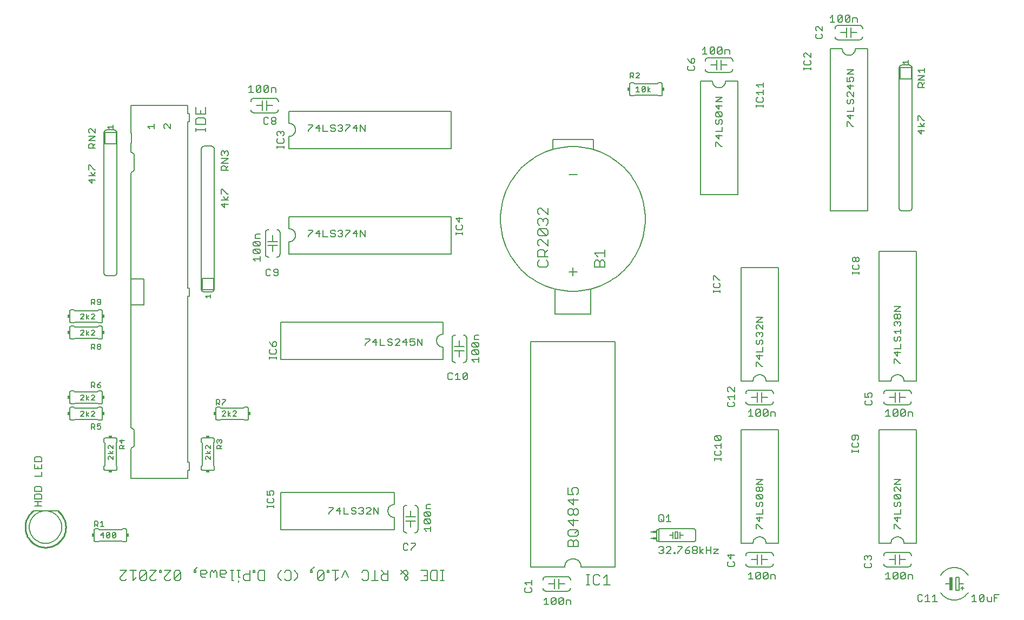
<source format=gtl>
G75*
G70*
%OFA0B0*%
%FSLAX24Y24*%
%IPPOS*%
%LPD*%
%AMOC8*
5,1,8,0,0,1.08239X$1,22.5*
%
%ADD10C,0.0080*%
%ADD11R,0.0200X0.0800*%
%ADD12C,0.0100*%
%ADD13R,0.0230X0.0160*%
%ADD14R,0.0150X0.0200*%
%ADD15R,0.0200X0.0150*%
%ADD16C,0.0050*%
D10*
X009948Y012528D02*
X010098Y012528D01*
X010148Y012578D01*
X011548Y012578D01*
X011598Y012528D01*
X011748Y012528D01*
X011765Y012530D01*
X011782Y012534D01*
X011798Y012541D01*
X011812Y012551D01*
X011825Y012564D01*
X011835Y012578D01*
X011842Y012594D01*
X011846Y012611D01*
X011848Y012628D01*
X011848Y013228D01*
X011846Y013245D01*
X011842Y013262D01*
X011835Y013278D01*
X011825Y013292D01*
X011812Y013305D01*
X011798Y013315D01*
X011782Y013322D01*
X011765Y013326D01*
X011748Y013328D01*
X011598Y013328D01*
X011548Y013278D01*
X010148Y013278D01*
X010098Y013328D01*
X009948Y013328D01*
X009931Y013326D01*
X009914Y013322D01*
X009898Y013315D01*
X009884Y013305D01*
X009871Y013292D01*
X009861Y013278D01*
X009854Y013262D01*
X009850Y013245D01*
X009848Y013228D01*
X009848Y012628D01*
X009850Y012611D01*
X009854Y012594D01*
X009861Y012578D01*
X009871Y012564D01*
X009884Y012551D01*
X009898Y012541D01*
X009914Y012534D01*
X009931Y012530D01*
X009948Y012528D01*
X010248Y012933D02*
X010455Y012933D01*
X010403Y012778D02*
X010403Y013088D01*
X010248Y012933D01*
X010607Y012830D02*
X010814Y013037D01*
X010814Y012830D01*
X010762Y012778D01*
X010659Y012778D01*
X010607Y012830D01*
X010607Y013037D01*
X010659Y013088D01*
X010762Y013088D01*
X010814Y013037D01*
X010966Y013037D02*
X011018Y013088D01*
X011121Y013088D01*
X011173Y013037D01*
X010966Y012830D01*
X011018Y012778D01*
X011121Y012778D01*
X011173Y012830D01*
X011173Y013037D01*
X010966Y013037D02*
X010966Y012830D01*
X010454Y013478D02*
X010247Y013478D01*
X010350Y013478D02*
X010350Y013788D01*
X010247Y013685D01*
X010095Y013737D02*
X010095Y013633D01*
X010043Y013581D01*
X009888Y013581D01*
X009888Y013478D02*
X009888Y013788D01*
X010043Y013788D01*
X010095Y013737D01*
X009991Y013581D02*
X010095Y013478D01*
X007598Y014428D02*
X006098Y014428D01*
X006178Y014718D02*
X006598Y014718D01*
X006388Y014718D02*
X006388Y014998D01*
X006178Y014998D02*
X006598Y014998D01*
X006598Y015178D02*
X006598Y015389D01*
X006528Y015459D01*
X006248Y015459D01*
X006178Y015389D01*
X006178Y015178D01*
X006598Y015178D01*
X006598Y015639D02*
X006178Y015639D01*
X006178Y015849D01*
X006248Y015919D01*
X006528Y015919D01*
X006598Y015849D01*
X006598Y015639D01*
X006598Y016559D02*
X006178Y016559D01*
X006598Y016559D02*
X006598Y016840D01*
X006598Y017020D02*
X006598Y017300D01*
X006598Y017480D02*
X006178Y017480D01*
X006178Y017690D01*
X006248Y017760D01*
X006528Y017760D01*
X006598Y017690D01*
X006598Y017480D01*
X006388Y017160D02*
X006388Y017020D01*
X006178Y017020D02*
X006598Y017020D01*
X006178Y017020D02*
X006178Y017300D01*
X008448Y020028D02*
X008598Y020028D01*
X008648Y020078D01*
X010048Y020078D01*
X010098Y020028D01*
X010248Y020028D01*
X010265Y020030D01*
X010282Y020034D01*
X010298Y020041D01*
X010312Y020051D01*
X010325Y020064D01*
X010335Y020078D01*
X010342Y020094D01*
X010346Y020111D01*
X010348Y020128D01*
X010348Y020728D01*
X010346Y020745D01*
X010342Y020762D01*
X010335Y020778D01*
X010325Y020792D01*
X010312Y020805D01*
X010298Y020815D01*
X010282Y020822D01*
X010265Y020826D01*
X010248Y020828D01*
X010098Y020828D01*
X010048Y020778D01*
X008648Y020778D01*
X008598Y020828D01*
X008448Y020828D01*
X008431Y020826D01*
X008414Y020822D01*
X008398Y020815D01*
X008384Y020805D01*
X008371Y020792D01*
X008361Y020778D01*
X008354Y020762D01*
X008350Y020745D01*
X008348Y020728D01*
X008348Y020128D01*
X008350Y020111D01*
X008354Y020094D01*
X008361Y020078D01*
X008371Y020064D01*
X008384Y020051D01*
X008398Y020041D01*
X008414Y020034D01*
X008431Y020030D01*
X008448Y020028D01*
X009010Y020268D02*
X009217Y020475D01*
X009217Y020527D01*
X009166Y020578D01*
X009062Y020578D01*
X009010Y020527D01*
X009010Y020268D02*
X009217Y020268D01*
X009370Y020268D02*
X009370Y020578D01*
X009525Y020475D02*
X009370Y020371D01*
X009525Y020268D01*
X009669Y020268D02*
X009876Y020475D01*
X009876Y020527D01*
X009824Y020578D01*
X009720Y020578D01*
X009669Y020527D01*
X009669Y020268D02*
X009876Y020268D01*
X009837Y019790D02*
X009888Y019738D01*
X009888Y019635D01*
X009837Y019583D01*
X009681Y019583D01*
X009681Y019480D02*
X009681Y019790D01*
X009837Y019790D01*
X010041Y019790D02*
X010041Y019635D01*
X010144Y019686D01*
X010196Y019686D01*
X010247Y019635D01*
X010247Y019531D01*
X010196Y019480D01*
X010092Y019480D01*
X010041Y019531D01*
X009888Y019480D02*
X009785Y019583D01*
X010041Y019790D02*
X010247Y019790D01*
X010548Y018928D02*
X011148Y018928D01*
X011165Y018926D01*
X011182Y018922D01*
X011198Y018915D01*
X011212Y018905D01*
X011225Y018892D01*
X011235Y018878D01*
X011242Y018862D01*
X011246Y018845D01*
X011248Y018828D01*
X011248Y018678D01*
X011198Y018628D01*
X011198Y017228D01*
X011248Y017178D01*
X011248Y017028D01*
X011246Y017011D01*
X011242Y016994D01*
X011235Y016978D01*
X011225Y016964D01*
X011212Y016951D01*
X011198Y016941D01*
X011182Y016934D01*
X011165Y016930D01*
X011148Y016928D01*
X010548Y016928D01*
X010531Y016930D01*
X010514Y016934D01*
X010498Y016941D01*
X010484Y016951D01*
X010471Y016964D01*
X010461Y016978D01*
X010454Y016994D01*
X010450Y017011D01*
X010448Y017028D01*
X010448Y017178D01*
X010498Y017228D01*
X010498Y018628D01*
X010448Y018678D01*
X010448Y018828D01*
X010450Y018845D01*
X010454Y018862D01*
X010461Y018878D01*
X010471Y018892D01*
X010484Y018905D01*
X010498Y018915D01*
X010514Y018922D01*
X010531Y018926D01*
X010548Y018928D01*
X010749Y018456D02*
X010698Y018404D01*
X010698Y018301D01*
X010749Y018249D01*
X010801Y018105D02*
X010904Y017950D01*
X011008Y018105D01*
X011008Y018249D02*
X010801Y018456D01*
X010749Y018456D01*
X011008Y018456D02*
X011008Y018249D01*
X011008Y017950D02*
X010698Y017950D01*
X010749Y017797D02*
X010698Y017746D01*
X010698Y017642D01*
X010749Y017591D01*
X010749Y017797D02*
X010801Y017797D01*
X011008Y017591D01*
X011008Y017797D01*
X011398Y018250D02*
X011398Y018405D01*
X011449Y018457D01*
X011553Y018457D01*
X011604Y018405D01*
X011604Y018250D01*
X011604Y018353D02*
X011708Y018457D01*
X011708Y018250D02*
X011398Y018250D01*
X011553Y018609D02*
X011553Y018816D01*
X011708Y018764D02*
X011398Y018764D01*
X011553Y018609D01*
X012098Y018278D02*
X012298Y018428D01*
X012298Y019428D01*
X012098Y019578D01*
X012098Y027128D01*
X012898Y027128D01*
X012898Y028728D01*
X012098Y028728D01*
X012098Y035278D01*
X012298Y035428D01*
X012298Y036428D01*
X012098Y036578D01*
X012098Y037128D01*
X012148Y037128D01*
X012148Y037728D01*
X012098Y037728D01*
X012098Y039428D01*
X015598Y039428D01*
X015598Y038928D01*
X015698Y038928D01*
X015698Y038428D01*
X015598Y038428D01*
X015598Y028178D01*
X015698Y028178D01*
X015698Y027678D01*
X015598Y027678D01*
X015598Y017428D01*
X015698Y017428D01*
X015698Y016928D01*
X015598Y016928D01*
X015598Y016428D01*
X012098Y016428D01*
X012098Y018278D01*
X010248Y021028D02*
X010098Y021028D01*
X010048Y021078D01*
X008648Y021078D01*
X008598Y021028D01*
X008448Y021028D01*
X008431Y021030D01*
X008414Y021034D01*
X008398Y021041D01*
X008384Y021051D01*
X008371Y021064D01*
X008361Y021078D01*
X008354Y021094D01*
X008350Y021111D01*
X008348Y021128D01*
X008348Y021728D01*
X008350Y021745D01*
X008354Y021762D01*
X008361Y021778D01*
X008371Y021792D01*
X008384Y021805D01*
X008398Y021815D01*
X008414Y021822D01*
X008431Y021826D01*
X008448Y021828D01*
X008598Y021828D01*
X008648Y021778D01*
X010048Y021778D01*
X010098Y021828D01*
X010248Y021828D01*
X010265Y021826D01*
X010282Y021822D01*
X010298Y021815D01*
X010312Y021805D01*
X010325Y021792D01*
X010335Y021778D01*
X010342Y021762D01*
X010346Y021745D01*
X010348Y021728D01*
X010348Y021128D01*
X010346Y021111D01*
X010342Y021094D01*
X010335Y021078D01*
X010325Y021064D01*
X010312Y021051D01*
X010298Y021041D01*
X010282Y021034D01*
X010265Y021030D01*
X010248Y021028D01*
X009876Y021268D02*
X009669Y021268D01*
X009876Y021475D01*
X009876Y021527D01*
X009824Y021578D01*
X009720Y021578D01*
X009669Y021527D01*
X009525Y021475D02*
X009370Y021371D01*
X009525Y021268D01*
X009370Y021268D02*
X009370Y021578D01*
X009217Y021527D02*
X009166Y021578D01*
X009062Y021578D01*
X009010Y021527D01*
X009217Y021527D02*
X009217Y021475D01*
X009010Y021268D01*
X009217Y021268D01*
X009681Y022039D02*
X009681Y022349D01*
X009837Y022349D01*
X009888Y022297D01*
X009888Y022194D01*
X009837Y022142D01*
X009681Y022142D01*
X009785Y022142D02*
X009888Y022039D01*
X010041Y022090D02*
X010092Y022039D01*
X010196Y022039D01*
X010247Y022090D01*
X010247Y022142D01*
X010196Y022194D01*
X010041Y022194D01*
X010041Y022090D01*
X010041Y022194D02*
X010144Y022297D01*
X010247Y022349D01*
X010196Y024401D02*
X010092Y024401D01*
X010041Y024453D01*
X010041Y024504D01*
X010092Y024556D01*
X010196Y024556D01*
X010247Y024504D01*
X010247Y024453D01*
X010196Y024401D01*
X010196Y024556D02*
X010247Y024608D01*
X010247Y024659D01*
X010196Y024711D01*
X010092Y024711D01*
X010041Y024659D01*
X010041Y024608D01*
X010092Y024556D01*
X009888Y024556D02*
X009837Y024504D01*
X009681Y024504D01*
X009681Y024401D02*
X009681Y024711D01*
X009837Y024711D01*
X009888Y024659D01*
X009888Y024556D01*
X009785Y024504D02*
X009888Y024401D01*
X010098Y025028D02*
X010048Y025078D01*
X008648Y025078D01*
X008598Y025028D01*
X008448Y025028D01*
X008431Y025030D01*
X008414Y025034D01*
X008398Y025041D01*
X008384Y025051D01*
X008371Y025064D01*
X008361Y025078D01*
X008354Y025094D01*
X008350Y025111D01*
X008348Y025128D01*
X008348Y025728D01*
X008350Y025745D01*
X008354Y025762D01*
X008361Y025778D01*
X008371Y025792D01*
X008384Y025805D01*
X008398Y025815D01*
X008414Y025822D01*
X008431Y025826D01*
X008448Y025828D01*
X008598Y025828D01*
X008648Y025778D01*
X010048Y025778D01*
X010098Y025828D01*
X010248Y025828D01*
X010265Y025826D01*
X010282Y025822D01*
X010298Y025815D01*
X010312Y025805D01*
X010325Y025792D01*
X010335Y025778D01*
X010342Y025762D01*
X010346Y025745D01*
X010348Y025728D01*
X010348Y025128D01*
X010346Y025111D01*
X010342Y025094D01*
X010335Y025078D01*
X010325Y025064D01*
X010312Y025051D01*
X010298Y025041D01*
X010282Y025034D01*
X010265Y025030D01*
X010248Y025028D01*
X010098Y025028D01*
X009876Y025268D02*
X009669Y025268D01*
X009876Y025475D01*
X009876Y025527D01*
X009824Y025578D01*
X009720Y025578D01*
X009669Y025527D01*
X009525Y025475D02*
X009370Y025371D01*
X009525Y025268D01*
X009370Y025268D02*
X009370Y025578D01*
X009217Y025527D02*
X009217Y025475D01*
X009010Y025268D01*
X009217Y025268D01*
X009217Y025527D02*
X009166Y025578D01*
X009062Y025578D01*
X009010Y025527D01*
X008598Y026028D02*
X008448Y026028D01*
X008431Y026030D01*
X008414Y026034D01*
X008398Y026041D01*
X008384Y026051D01*
X008371Y026064D01*
X008361Y026078D01*
X008354Y026094D01*
X008350Y026111D01*
X008348Y026128D01*
X008348Y026728D01*
X008350Y026745D01*
X008354Y026762D01*
X008361Y026778D01*
X008371Y026792D01*
X008384Y026805D01*
X008398Y026815D01*
X008414Y026822D01*
X008431Y026826D01*
X008448Y026828D01*
X008598Y026828D01*
X008648Y026778D01*
X010048Y026778D01*
X010098Y026828D01*
X010248Y026828D01*
X010265Y026826D01*
X010282Y026822D01*
X010298Y026815D01*
X010312Y026805D01*
X010325Y026792D01*
X010335Y026778D01*
X010342Y026762D01*
X010346Y026745D01*
X010348Y026728D01*
X010348Y026128D01*
X010346Y026111D01*
X010342Y026094D01*
X010335Y026078D01*
X010325Y026064D01*
X010312Y026051D01*
X010298Y026041D01*
X010282Y026034D01*
X010265Y026030D01*
X010248Y026028D01*
X010098Y026028D01*
X010048Y026078D01*
X008648Y026078D01*
X008598Y026028D01*
X009010Y026268D02*
X009217Y026475D01*
X009217Y026527D01*
X009166Y026578D01*
X009062Y026578D01*
X009010Y026527D01*
X009010Y026268D02*
X009217Y026268D01*
X009370Y026268D02*
X009370Y026578D01*
X009525Y026475D02*
X009370Y026371D01*
X009525Y026268D01*
X009669Y026268D02*
X009876Y026475D01*
X009876Y026527D01*
X009824Y026578D01*
X009720Y026578D01*
X009669Y026527D01*
X009669Y026268D02*
X009876Y026268D01*
X009888Y027157D02*
X009785Y027260D01*
X009837Y027260D02*
X009681Y027260D01*
X009681Y027157D02*
X009681Y027467D01*
X009837Y027467D01*
X009888Y027415D01*
X009888Y027312D01*
X009837Y027260D01*
X010041Y027208D02*
X010092Y027157D01*
X010196Y027157D01*
X010247Y027208D01*
X010247Y027415D01*
X010196Y027467D01*
X010092Y027467D01*
X010041Y027415D01*
X010041Y027364D01*
X010092Y027312D01*
X010247Y027312D01*
X010648Y028928D02*
X011048Y028928D01*
X011074Y028930D01*
X011100Y028935D01*
X011125Y028943D01*
X011148Y028955D01*
X011170Y028969D01*
X011189Y028987D01*
X011207Y029006D01*
X011221Y029028D01*
X011233Y029051D01*
X011241Y029076D01*
X011246Y029102D01*
X011248Y029128D01*
X011248Y037728D01*
X011198Y037778D02*
X011198Y037078D01*
X010498Y037078D01*
X010498Y037778D01*
X011198Y037778D01*
X011248Y037728D02*
X011246Y037754D01*
X011241Y037780D01*
X011233Y037805D01*
X011221Y037828D01*
X011207Y037850D01*
X011189Y037869D01*
X011170Y037887D01*
X011148Y037901D01*
X011125Y037913D01*
X011100Y037921D01*
X011074Y037926D01*
X011048Y037928D01*
X010648Y037928D01*
X010791Y038009D02*
X010688Y038112D01*
X010998Y038112D01*
X010998Y038009D02*
X010998Y038216D01*
X010648Y037928D02*
X010622Y037926D01*
X010596Y037921D01*
X010571Y037913D01*
X010548Y037901D01*
X010526Y037887D01*
X010507Y037869D01*
X010489Y037850D01*
X010475Y037828D01*
X010463Y037805D01*
X010455Y037780D01*
X010450Y037754D01*
X010448Y037728D01*
X010448Y029128D01*
X010450Y029102D01*
X010455Y029076D01*
X010463Y029051D01*
X010475Y029028D01*
X010489Y029006D01*
X010507Y028987D01*
X010526Y028969D01*
X010548Y028955D01*
X010571Y028943D01*
X010596Y028935D01*
X010622Y028930D01*
X010648Y028928D01*
X012098Y028728D02*
X012098Y027128D01*
X016448Y028128D02*
X016448Y036728D01*
X016450Y036754D01*
X016455Y036780D01*
X016463Y036805D01*
X016475Y036828D01*
X016489Y036850D01*
X016507Y036869D01*
X016526Y036887D01*
X016548Y036901D01*
X016571Y036913D01*
X016596Y036921D01*
X016622Y036926D01*
X016648Y036928D01*
X017048Y036928D01*
X017074Y036926D01*
X017100Y036921D01*
X017125Y036913D01*
X017148Y036901D01*
X017170Y036887D01*
X017189Y036869D01*
X017207Y036850D01*
X017221Y036828D01*
X017233Y036805D01*
X017241Y036780D01*
X017246Y036754D01*
X017248Y036728D01*
X017248Y028128D01*
X017198Y028078D02*
X016498Y028078D01*
X016498Y028778D01*
X017198Y028778D01*
X017198Y028078D01*
X017248Y028128D02*
X017246Y028102D01*
X017241Y028076D01*
X017233Y028051D01*
X017221Y028028D01*
X017207Y028006D01*
X017189Y027987D01*
X017170Y027969D01*
X017148Y027955D01*
X017125Y027943D01*
X017100Y027935D01*
X017074Y027930D01*
X017048Y027928D01*
X016648Y027928D01*
X016622Y027930D01*
X016596Y027935D01*
X016571Y027943D01*
X016548Y027955D01*
X016526Y027969D01*
X016507Y027987D01*
X016489Y028006D01*
X016475Y028028D01*
X016463Y028051D01*
X016455Y028076D01*
X016450Y028102D01*
X016448Y028128D01*
X016698Y027671D02*
X017008Y027671D01*
X017008Y027568D02*
X017008Y027775D01*
X016801Y027568D02*
X016698Y027671D01*
X019651Y029979D02*
X020072Y029979D01*
X020072Y029839D02*
X020072Y030119D01*
X020002Y030299D02*
X019721Y030580D01*
X020002Y030580D01*
X020072Y030510D01*
X020072Y030369D01*
X020002Y030299D01*
X019721Y030299D01*
X019651Y030369D01*
X019651Y030510D01*
X019721Y030580D01*
X019721Y030760D02*
X019651Y030830D01*
X019651Y030970D01*
X019721Y031040D01*
X020002Y030760D01*
X020072Y030830D01*
X020072Y030970D01*
X020002Y031040D01*
X019721Y031040D01*
X019791Y031220D02*
X019791Y031430D01*
X019861Y031500D01*
X020072Y031500D01*
X020072Y031220D02*
X019791Y031220D01*
X019721Y030760D02*
X020002Y030760D01*
X020548Y030798D02*
X020848Y030798D01*
X020848Y030428D01*
X021098Y030078D02*
X021124Y030080D01*
X021150Y030085D01*
X021175Y030093D01*
X021198Y030105D01*
X021220Y030119D01*
X021239Y030137D01*
X021257Y030156D01*
X021271Y030178D01*
X021283Y030201D01*
X021291Y030226D01*
X021296Y030252D01*
X021298Y030278D01*
X021298Y031578D01*
X021296Y031604D01*
X021291Y031630D01*
X021283Y031655D01*
X021271Y031678D01*
X021257Y031700D01*
X021239Y031719D01*
X021220Y031737D01*
X021198Y031751D01*
X021175Y031763D01*
X021150Y031771D01*
X021124Y031776D01*
X021098Y031778D01*
X020848Y031428D02*
X020848Y031048D01*
X020548Y031048D01*
X020848Y031048D02*
X021148Y031048D01*
X021148Y030798D02*
X020848Y030798D01*
X020398Y030278D02*
X020400Y030252D01*
X020405Y030226D01*
X020413Y030201D01*
X020425Y030178D01*
X020439Y030156D01*
X020457Y030137D01*
X020476Y030119D01*
X020498Y030105D01*
X020521Y030093D01*
X020546Y030085D01*
X020572Y030080D01*
X020598Y030078D01*
X020398Y030278D02*
X020398Y031578D01*
X020400Y031604D01*
X020405Y031630D01*
X020413Y031655D01*
X020425Y031678D01*
X020439Y031700D01*
X020457Y031719D01*
X020476Y031737D01*
X020498Y031751D01*
X020521Y031763D01*
X020546Y031771D01*
X020572Y031776D01*
X020598Y031778D01*
X021848Y031828D02*
X021848Y032578D01*
X031848Y032578D01*
X031848Y030278D01*
X021848Y030278D01*
X021848Y031028D01*
X021887Y031030D01*
X021926Y031036D01*
X021964Y031045D01*
X022001Y031058D01*
X022037Y031075D01*
X022070Y031095D01*
X022102Y031119D01*
X022131Y031145D01*
X022157Y031174D01*
X022181Y031206D01*
X022201Y031239D01*
X022218Y031275D01*
X022231Y031312D01*
X022240Y031350D01*
X022246Y031389D01*
X022248Y031428D01*
X022246Y031467D01*
X022240Y031506D01*
X022231Y031544D01*
X022218Y031581D01*
X022201Y031617D01*
X022181Y031650D01*
X022157Y031682D01*
X022131Y031711D01*
X022102Y031737D01*
X022070Y031761D01*
X022037Y031781D01*
X022001Y031798D01*
X021964Y031811D01*
X021926Y031820D01*
X021887Y031826D01*
X021848Y031828D01*
X023038Y031738D02*
X023318Y031738D01*
X023318Y031668D01*
X023038Y031388D01*
X023038Y031318D01*
X023498Y031528D02*
X023778Y031528D01*
X023708Y031318D02*
X023708Y031738D01*
X023498Y031528D01*
X023959Y031738D02*
X023959Y031318D01*
X024239Y031318D01*
X024419Y031388D02*
X024489Y031318D01*
X024629Y031318D01*
X024699Y031388D01*
X024699Y031458D01*
X024629Y031528D01*
X024489Y031528D01*
X024419Y031598D01*
X024419Y031668D01*
X024489Y031738D01*
X024629Y031738D01*
X024699Y031668D01*
X024879Y031668D02*
X024949Y031738D01*
X025089Y031738D01*
X025160Y031668D01*
X025160Y031598D01*
X025089Y031528D01*
X025160Y031458D01*
X025160Y031388D01*
X025089Y031318D01*
X024949Y031318D01*
X024879Y031388D01*
X025019Y031528D02*
X025089Y031528D01*
X025340Y031388D02*
X025340Y031318D01*
X025340Y031388D02*
X025620Y031668D01*
X025620Y031738D01*
X025340Y031738D01*
X025800Y031528D02*
X026080Y031528D01*
X026010Y031318D02*
X026010Y031738D01*
X025800Y031528D01*
X026260Y031318D02*
X026260Y031738D01*
X026541Y031318D01*
X026541Y031738D01*
X032132Y031849D02*
X032202Y031779D01*
X032482Y031779D01*
X032552Y031849D01*
X032552Y031989D01*
X032482Y032059D01*
X032342Y032239D02*
X032342Y032519D01*
X032132Y032449D02*
X032342Y032239D01*
X032202Y032059D02*
X032132Y031989D01*
X032132Y031849D01*
X032132Y031612D02*
X032132Y031472D01*
X032132Y031542D02*
X032552Y031542D01*
X032552Y031472D02*
X032552Y031612D01*
X032552Y032449D02*
X032132Y032449D01*
X037187Y032356D02*
X037291Y032460D01*
X037394Y032460D01*
X037498Y032356D01*
X037601Y032460D01*
X037704Y032460D01*
X037808Y032356D01*
X037808Y032150D01*
X037704Y032046D01*
X037704Y031815D02*
X037291Y031815D01*
X037704Y031402D01*
X037808Y031505D01*
X037808Y031712D01*
X037704Y031815D01*
X037291Y031815D02*
X037187Y031712D01*
X037187Y031505D01*
X037291Y031402D01*
X037704Y031402D01*
X037808Y031171D02*
X037808Y030757D01*
X037394Y031171D01*
X037291Y031171D01*
X037187Y031067D01*
X037187Y030860D01*
X037291Y030757D01*
X037291Y030526D02*
X037498Y030526D01*
X037601Y030423D01*
X037601Y030113D01*
X037601Y030319D02*
X037808Y030526D01*
X037808Y030113D02*
X037187Y030113D01*
X037187Y030423D01*
X037291Y030526D01*
X037291Y029882D02*
X037187Y029778D01*
X037187Y029571D01*
X037291Y029468D01*
X037704Y029468D01*
X037808Y029571D01*
X037808Y029778D01*
X037704Y029882D01*
X039098Y029178D02*
X039598Y029178D01*
X039348Y028928D02*
X039348Y029428D01*
X040687Y029468D02*
X040687Y029778D01*
X040791Y029882D01*
X040894Y029882D01*
X040998Y029778D01*
X040998Y029468D01*
X041308Y029468D02*
X040687Y029468D01*
X040998Y029778D02*
X041101Y029882D01*
X041204Y029882D01*
X041308Y029778D01*
X041308Y029468D01*
X041308Y030113D02*
X041308Y030526D01*
X041308Y030319D02*
X040687Y030319D01*
X040894Y030113D01*
X040448Y028078D02*
X040448Y026568D01*
X038248Y026568D01*
X038248Y028078D01*
X036748Y024878D02*
X036748Y010978D01*
X038848Y010978D01*
X038850Y011022D01*
X038856Y011065D01*
X038865Y011107D01*
X038878Y011149D01*
X038895Y011189D01*
X038915Y011228D01*
X038938Y011265D01*
X038965Y011299D01*
X038994Y011332D01*
X039027Y011361D01*
X039061Y011388D01*
X039098Y011411D01*
X039137Y011431D01*
X039177Y011448D01*
X039219Y011461D01*
X039261Y011470D01*
X039304Y011476D01*
X039348Y011478D01*
X039392Y011476D01*
X039435Y011470D01*
X039477Y011461D01*
X039519Y011448D01*
X039559Y011431D01*
X039598Y011411D01*
X039635Y011388D01*
X039669Y011361D01*
X039702Y011332D01*
X039731Y011299D01*
X039758Y011265D01*
X039781Y011228D01*
X039801Y011189D01*
X039818Y011149D01*
X039831Y011107D01*
X039840Y011065D01*
X039846Y011022D01*
X039848Y010978D01*
X041948Y010978D01*
X041948Y024878D01*
X036748Y024878D01*
X033548Y024991D02*
X033268Y024991D01*
X033268Y025201D01*
X033338Y025271D01*
X033548Y025271D01*
X033478Y024811D02*
X033198Y024811D01*
X033478Y024530D01*
X033548Y024601D01*
X033548Y024741D01*
X033478Y024811D01*
X033198Y024811D02*
X033128Y024741D01*
X033128Y024601D01*
X033198Y024530D01*
X033478Y024530D01*
X033478Y024350D02*
X033198Y024350D01*
X033478Y024070D01*
X033548Y024140D01*
X033548Y024280D01*
X033478Y024350D01*
X033478Y024070D02*
X033198Y024070D01*
X033128Y024140D01*
X033128Y024280D01*
X033198Y024350D01*
X032648Y024308D02*
X032348Y024308D01*
X032348Y023928D01*
X032598Y023578D02*
X032624Y023580D01*
X032650Y023585D01*
X032675Y023593D01*
X032698Y023605D01*
X032720Y023619D01*
X032739Y023637D01*
X032757Y023656D01*
X032771Y023678D01*
X032783Y023701D01*
X032791Y023726D01*
X032796Y023752D01*
X032798Y023778D01*
X032798Y025078D01*
X032796Y025104D01*
X032791Y025130D01*
X032783Y025155D01*
X032771Y025178D01*
X032757Y025200D01*
X032739Y025219D01*
X032720Y025237D01*
X032698Y025251D01*
X032675Y025263D01*
X032650Y025271D01*
X032624Y025276D01*
X032598Y025278D01*
X032348Y024928D02*
X032348Y024558D01*
X032648Y024558D01*
X032348Y024558D02*
X032048Y024558D01*
X032048Y024308D02*
X032348Y024308D01*
X031898Y023778D02*
X031900Y023752D01*
X031905Y023726D01*
X031913Y023701D01*
X031925Y023678D01*
X031939Y023656D01*
X031957Y023637D01*
X031976Y023619D01*
X031998Y023605D01*
X032021Y023593D01*
X032046Y023585D01*
X032072Y023580D01*
X032098Y023578D01*
X031898Y023778D02*
X031898Y025078D01*
X031900Y025104D01*
X031905Y025130D01*
X031913Y025155D01*
X031925Y025178D01*
X031939Y025200D01*
X031957Y025219D01*
X031976Y025237D01*
X031998Y025251D01*
X032021Y025263D01*
X032046Y025271D01*
X032072Y025276D01*
X032098Y025278D01*
X031348Y025328D02*
X031348Y026078D01*
X021348Y026078D01*
X021348Y023778D01*
X031348Y023778D01*
X031348Y024528D01*
X031309Y024530D01*
X031270Y024536D01*
X031232Y024545D01*
X031195Y024558D01*
X031159Y024575D01*
X031126Y024595D01*
X031094Y024619D01*
X031065Y024645D01*
X031039Y024674D01*
X031015Y024706D01*
X030995Y024739D01*
X030978Y024775D01*
X030965Y024812D01*
X030956Y024850D01*
X030950Y024889D01*
X030948Y024928D01*
X030950Y024967D01*
X030956Y025006D01*
X030965Y025044D01*
X030978Y025081D01*
X030995Y025117D01*
X031015Y025150D01*
X031039Y025182D01*
X031065Y025211D01*
X031094Y025237D01*
X031126Y025261D01*
X031159Y025281D01*
X031195Y025298D01*
X031232Y025311D01*
X031270Y025320D01*
X031309Y025326D01*
X031348Y025328D01*
X030057Y025038D02*
X030057Y024618D01*
X029777Y025038D01*
X029777Y024618D01*
X029597Y024688D02*
X029527Y024618D01*
X029387Y024618D01*
X029317Y024688D01*
X029317Y024828D02*
X029457Y024898D01*
X029527Y024898D01*
X029597Y024828D01*
X029597Y024688D01*
X029317Y024828D02*
X029317Y025038D01*
X029597Y025038D01*
X029137Y024828D02*
X028857Y024828D01*
X029067Y025038D01*
X029067Y024618D01*
X028676Y024618D02*
X028396Y024618D01*
X028676Y024898D01*
X028676Y024968D01*
X028606Y025038D01*
X028466Y025038D01*
X028396Y024968D01*
X028216Y024968D02*
X028146Y025038D01*
X028006Y025038D01*
X027936Y024968D01*
X027936Y024898D01*
X028006Y024828D01*
X028146Y024828D01*
X028216Y024758D01*
X028216Y024688D01*
X028146Y024618D01*
X028006Y024618D01*
X027936Y024688D01*
X027756Y024618D02*
X027475Y024618D01*
X027475Y025038D01*
X027225Y025038D02*
X027015Y024828D01*
X027295Y024828D01*
X027225Y024618D02*
X027225Y025038D01*
X026835Y025038D02*
X026835Y024968D01*
X026555Y024688D01*
X026555Y024618D01*
X026555Y025038D02*
X026835Y025038D01*
X031656Y022869D02*
X031656Y022589D01*
X031726Y022519D01*
X031866Y022519D01*
X031937Y022589D01*
X032117Y022519D02*
X032397Y022519D01*
X032257Y022519D02*
X032257Y022940D01*
X032117Y022799D01*
X031937Y022869D02*
X031866Y022940D01*
X031726Y022940D01*
X031656Y022869D01*
X032577Y022869D02*
X032577Y022589D01*
X032857Y022869D01*
X032857Y022589D01*
X032787Y022519D01*
X032647Y022519D01*
X032577Y022589D01*
X032577Y022869D02*
X032647Y022940D01*
X032787Y022940D01*
X032857Y022869D01*
X033268Y023610D02*
X033128Y023750D01*
X033548Y023750D01*
X033548Y023610D02*
X033548Y023890D01*
X037291Y032046D02*
X037187Y032150D01*
X037187Y032356D01*
X037498Y032356D02*
X037498Y032253D01*
X037291Y032691D02*
X037187Y032794D01*
X037187Y033001D01*
X037291Y033104D01*
X037394Y033104D01*
X037808Y032691D01*
X037808Y033104D01*
X034888Y032428D02*
X034893Y032647D01*
X034909Y032865D01*
X034936Y033082D01*
X034974Y033298D01*
X035022Y033512D01*
X035080Y033723D01*
X035149Y033931D01*
X035227Y034135D01*
X035316Y034335D01*
X035415Y034530D01*
X035523Y034721D01*
X035640Y034906D01*
X035766Y035085D01*
X035900Y035257D01*
X036043Y035423D01*
X036194Y035582D01*
X036353Y035733D01*
X036519Y035876D01*
X036691Y036010D01*
X036870Y036136D01*
X037055Y036253D01*
X037246Y036361D01*
X037441Y036460D01*
X037641Y036549D01*
X037845Y036627D01*
X038053Y036696D01*
X038264Y036754D01*
X038478Y036802D01*
X038694Y036840D01*
X038911Y036867D01*
X039129Y036883D01*
X039348Y036888D01*
X039567Y036883D01*
X039785Y036867D01*
X040002Y036840D01*
X040218Y036802D01*
X040432Y036754D01*
X040643Y036696D01*
X040851Y036627D01*
X041055Y036549D01*
X041255Y036460D01*
X041450Y036361D01*
X041641Y036253D01*
X041826Y036136D01*
X042005Y036010D01*
X042177Y035876D01*
X042343Y035733D01*
X042502Y035582D01*
X042653Y035423D01*
X042796Y035257D01*
X042930Y035085D01*
X043056Y034906D01*
X043173Y034721D01*
X043281Y034530D01*
X043380Y034335D01*
X043469Y034135D01*
X043547Y033931D01*
X043616Y033723D01*
X043674Y033512D01*
X043722Y033298D01*
X043760Y033082D01*
X043787Y032865D01*
X043803Y032647D01*
X043808Y032428D01*
X043803Y032209D01*
X043787Y031991D01*
X043760Y031774D01*
X043722Y031558D01*
X043674Y031344D01*
X043616Y031133D01*
X043547Y030925D01*
X043469Y030721D01*
X043380Y030521D01*
X043281Y030326D01*
X043173Y030135D01*
X043056Y029950D01*
X042930Y029771D01*
X042796Y029599D01*
X042653Y029433D01*
X042502Y029274D01*
X042343Y029123D01*
X042177Y028980D01*
X042005Y028846D01*
X041826Y028720D01*
X041641Y028603D01*
X041450Y028495D01*
X041255Y028396D01*
X041055Y028307D01*
X040851Y028229D01*
X040643Y028160D01*
X040432Y028102D01*
X040218Y028054D01*
X040002Y028016D01*
X039785Y027989D01*
X039567Y027973D01*
X039348Y027968D01*
X039129Y027973D01*
X038911Y027989D01*
X038694Y028016D01*
X038478Y028054D01*
X038264Y028102D01*
X038053Y028160D01*
X037845Y028229D01*
X037641Y028307D01*
X037441Y028396D01*
X037246Y028495D01*
X037055Y028603D01*
X036870Y028720D01*
X036691Y028846D01*
X036519Y028980D01*
X036353Y029123D01*
X036194Y029274D01*
X036043Y029433D01*
X035900Y029599D01*
X035766Y029771D01*
X035640Y029950D01*
X035523Y030135D01*
X035415Y030326D01*
X035316Y030521D01*
X035227Y030721D01*
X035149Y030925D01*
X035080Y031133D01*
X035022Y031344D01*
X034974Y031558D01*
X034936Y031774D01*
X034909Y031991D01*
X034893Y032209D01*
X034888Y032428D01*
X039098Y035178D02*
X039598Y035178D01*
X040598Y036728D02*
X040598Y037318D01*
X038098Y037318D01*
X038098Y036728D01*
X042848Y040128D02*
X042848Y040728D01*
X042850Y040745D01*
X042854Y040762D01*
X042861Y040778D01*
X042871Y040792D01*
X042884Y040805D01*
X042898Y040815D01*
X042914Y040822D01*
X042931Y040826D01*
X042948Y040828D01*
X043098Y040828D01*
X043148Y040778D01*
X044548Y040778D01*
X044598Y040828D01*
X044748Y040828D01*
X044765Y040826D01*
X044782Y040822D01*
X044798Y040815D01*
X044812Y040805D01*
X044825Y040792D01*
X044835Y040778D01*
X044842Y040762D01*
X044846Y040745D01*
X044848Y040728D01*
X044848Y040128D01*
X044846Y040111D01*
X044842Y040094D01*
X044835Y040078D01*
X044825Y040064D01*
X044812Y040051D01*
X044798Y040041D01*
X044782Y040034D01*
X044765Y040030D01*
X044748Y040028D01*
X044598Y040028D01*
X044548Y040078D01*
X043148Y040078D01*
X043098Y040028D01*
X042948Y040028D01*
X042931Y040030D01*
X042914Y040034D01*
X042898Y040041D01*
X042884Y040051D01*
X042871Y040064D01*
X042861Y040078D01*
X042854Y040094D01*
X042850Y040111D01*
X042848Y040128D01*
X043248Y040278D02*
X043455Y040278D01*
X043351Y040278D02*
X043351Y040588D01*
X043248Y040485D01*
X043607Y040537D02*
X043659Y040588D01*
X043762Y040588D01*
X043814Y040537D01*
X043607Y040330D01*
X043659Y040278D01*
X043762Y040278D01*
X043814Y040330D01*
X043814Y040537D01*
X043966Y040588D02*
X043966Y040278D01*
X043966Y040381D02*
X044121Y040485D01*
X043966Y040381D02*
X044121Y040278D01*
X043607Y040330D02*
X043607Y040537D01*
X043446Y041129D02*
X043239Y041129D01*
X043446Y041336D01*
X043446Y041388D01*
X043394Y041440D01*
X043291Y041440D01*
X043239Y041388D01*
X043087Y041388D02*
X043087Y041285D01*
X043035Y041233D01*
X042880Y041233D01*
X042983Y041233D02*
X043087Y041129D01*
X042880Y041129D02*
X042880Y041440D01*
X043035Y041440D01*
X043087Y041388D01*
X046423Y041657D02*
X046493Y041587D01*
X046773Y041587D01*
X046843Y041657D01*
X046843Y041797D01*
X046773Y041867D01*
X046773Y042047D02*
X046843Y042117D01*
X046843Y042257D01*
X046773Y042327D01*
X046703Y042327D01*
X046633Y042257D01*
X046633Y042047D01*
X046773Y042047D01*
X046633Y042047D02*
X046493Y042187D01*
X046423Y042327D01*
X046493Y041867D02*
X046423Y041797D01*
X046423Y041657D01*
X047198Y040928D02*
X047948Y040928D01*
X047950Y040889D01*
X047956Y040850D01*
X047965Y040812D01*
X047978Y040775D01*
X047995Y040739D01*
X048015Y040706D01*
X048039Y040674D01*
X048065Y040645D01*
X048094Y040619D01*
X048126Y040595D01*
X048159Y040575D01*
X048195Y040558D01*
X048232Y040545D01*
X048270Y040536D01*
X048309Y040530D01*
X048348Y040528D01*
X048387Y040530D01*
X048426Y040536D01*
X048464Y040545D01*
X048501Y040558D01*
X048537Y040575D01*
X048570Y040595D01*
X048602Y040619D01*
X048631Y040645D01*
X048657Y040674D01*
X048681Y040706D01*
X048701Y040739D01*
X048718Y040775D01*
X048731Y040812D01*
X048740Y040850D01*
X048746Y040889D01*
X048748Y040928D01*
X049498Y040928D01*
X049498Y033928D01*
X047198Y033928D01*
X047198Y040928D01*
X047698Y041478D02*
X048998Y041478D01*
X049024Y041480D01*
X049050Y041485D01*
X049075Y041493D01*
X049098Y041505D01*
X049120Y041519D01*
X049139Y041537D01*
X049157Y041556D01*
X049171Y041578D01*
X049183Y041601D01*
X049191Y041626D01*
X049196Y041652D01*
X049198Y041678D01*
X048848Y041928D02*
X048468Y041928D01*
X048468Y042228D01*
X048218Y042228D02*
X048218Y041928D01*
X047848Y041928D01*
X047498Y041678D02*
X047500Y041652D01*
X047505Y041626D01*
X047513Y041601D01*
X047525Y041578D01*
X047539Y041556D01*
X047557Y041537D01*
X047576Y041519D01*
X047598Y041505D01*
X047621Y041493D01*
X047646Y041485D01*
X047672Y041480D01*
X047698Y041478D01*
X048218Y041628D02*
X048218Y041928D01*
X048468Y041928D02*
X048468Y041628D01*
X049198Y042178D02*
X049196Y042204D01*
X049191Y042230D01*
X049183Y042255D01*
X049171Y042278D01*
X049157Y042300D01*
X049139Y042319D01*
X049120Y042337D01*
X049098Y042351D01*
X049075Y042363D01*
X049050Y042371D01*
X049024Y042376D01*
X048998Y042378D01*
X047698Y042378D01*
X047672Y042376D01*
X047646Y042371D01*
X047621Y042363D01*
X047598Y042351D01*
X047576Y042337D01*
X047557Y042319D01*
X047539Y042300D01*
X047525Y042278D01*
X047513Y042255D01*
X047505Y042230D01*
X047500Y042204D01*
X047498Y042178D01*
X047478Y042598D02*
X047478Y043018D01*
X047338Y042878D01*
X047338Y042598D02*
X047618Y042598D01*
X047798Y042668D02*
X048078Y042948D01*
X048078Y042668D01*
X048008Y042598D01*
X047868Y042598D01*
X047798Y042668D01*
X047798Y042948D01*
X047868Y043018D01*
X048008Y043018D01*
X048078Y042948D01*
X048258Y042948D02*
X048328Y043018D01*
X048469Y043018D01*
X048539Y042948D01*
X048258Y042668D01*
X048328Y042598D01*
X048469Y042598D01*
X048539Y042668D01*
X048539Y042948D01*
X048719Y042878D02*
X048929Y042878D01*
X048999Y042808D01*
X048999Y042598D01*
X048719Y042598D02*
X048719Y042878D01*
X048258Y042948D02*
X048258Y042668D01*
X050659Y040703D02*
X050799Y040563D01*
X050659Y040703D02*
X051079Y040703D01*
X051079Y040563D02*
X051079Y040843D01*
X051079Y040382D02*
X051079Y040102D01*
X051079Y040242D02*
X050659Y040242D01*
X050799Y040102D01*
X050729Y039922D02*
X050659Y039852D01*
X050659Y039712D01*
X050729Y039642D01*
X051009Y039642D01*
X051079Y039712D01*
X051079Y039852D01*
X051009Y039922D01*
X051079Y039475D02*
X051079Y039335D01*
X051079Y039405D02*
X050659Y039405D01*
X050659Y039335D02*
X050659Y039475D01*
X048558Y039407D02*
X048138Y039407D01*
X048348Y039197D01*
X048348Y039477D01*
X048558Y039657D02*
X048138Y039657D01*
X048558Y039938D01*
X048138Y039938D01*
X048208Y039017D02*
X048488Y038737D01*
X048558Y038807D01*
X048558Y038947D01*
X048488Y039017D01*
X048208Y039017D01*
X048138Y038947D01*
X048138Y038807D01*
X048208Y038737D01*
X048488Y038737D01*
X048488Y038557D02*
X048558Y038487D01*
X048558Y038346D01*
X048488Y038276D01*
X048348Y038346D02*
X048348Y038487D01*
X048418Y038557D01*
X048488Y038557D01*
X048348Y038346D02*
X048278Y038276D01*
X048208Y038276D01*
X048138Y038346D01*
X048138Y038487D01*
X048208Y038557D01*
X048558Y038096D02*
X048558Y037816D01*
X048138Y037816D01*
X048138Y037566D02*
X048348Y037356D01*
X048348Y037636D01*
X048558Y037566D02*
X048138Y037566D01*
X048138Y037176D02*
X048208Y037176D01*
X048488Y036895D01*
X048558Y036895D01*
X048138Y036895D02*
X048138Y037176D01*
X053580Y041626D02*
X053580Y041766D01*
X053580Y041696D02*
X054000Y041696D01*
X054000Y041626D02*
X054000Y041766D01*
X053930Y041933D02*
X054000Y042003D01*
X054000Y042143D01*
X053930Y042213D01*
X054000Y042394D02*
X053720Y042674D01*
X053650Y042674D01*
X053580Y042604D01*
X053580Y042464D01*
X053650Y042394D01*
X053650Y042213D02*
X053580Y042143D01*
X053580Y042003D01*
X053650Y041933D01*
X053930Y041933D01*
X054000Y042394D02*
X054000Y042674D01*
X055198Y042928D02*
X055948Y042928D01*
X055950Y042889D01*
X055956Y042850D01*
X055965Y042812D01*
X055978Y042775D01*
X055995Y042739D01*
X056015Y042706D01*
X056039Y042674D01*
X056065Y042645D01*
X056094Y042619D01*
X056126Y042595D01*
X056159Y042575D01*
X056195Y042558D01*
X056232Y042545D01*
X056270Y042536D01*
X056309Y042530D01*
X056348Y042528D01*
X056387Y042530D01*
X056426Y042536D01*
X056464Y042545D01*
X056501Y042558D01*
X056537Y042575D01*
X056570Y042595D01*
X056602Y042619D01*
X056631Y042645D01*
X056657Y042674D01*
X056681Y042706D01*
X056701Y042739D01*
X056718Y042775D01*
X056731Y042812D01*
X056740Y042850D01*
X056746Y042889D01*
X056748Y042928D01*
X057498Y042928D01*
X057498Y032928D01*
X055198Y032928D01*
X055198Y042928D01*
X055698Y043478D02*
X056998Y043478D01*
X057024Y043480D01*
X057050Y043485D01*
X057075Y043493D01*
X057098Y043505D01*
X057120Y043519D01*
X057139Y043537D01*
X057157Y043556D01*
X057171Y043578D01*
X057183Y043601D01*
X057191Y043626D01*
X057196Y043652D01*
X057198Y043678D01*
X056848Y043928D02*
X056468Y043928D01*
X056468Y044228D01*
X056218Y044228D02*
X056218Y043928D01*
X055848Y043928D01*
X055498Y043678D02*
X055500Y043652D01*
X055505Y043626D01*
X055513Y043601D01*
X055525Y043578D01*
X055539Y043556D01*
X055557Y043537D01*
X055576Y043519D01*
X055598Y043505D01*
X055621Y043493D01*
X055646Y043485D01*
X055672Y043480D01*
X055698Y043478D01*
X056218Y043628D02*
X056218Y043928D01*
X056468Y043928D02*
X056468Y043628D01*
X057198Y044178D02*
X057196Y044204D01*
X057191Y044230D01*
X057183Y044255D01*
X057171Y044278D01*
X057157Y044300D01*
X057139Y044319D01*
X057120Y044337D01*
X057098Y044351D01*
X057075Y044363D01*
X057050Y044371D01*
X057024Y044376D01*
X056998Y044378D01*
X055698Y044378D01*
X055742Y044566D02*
X055672Y044636D01*
X055952Y044917D01*
X055952Y044636D01*
X055882Y044566D01*
X055742Y044566D01*
X055672Y044636D02*
X055672Y044917D01*
X055742Y044987D01*
X055882Y044987D01*
X055952Y044917D01*
X056132Y044917D02*
X056202Y044987D01*
X056343Y044987D01*
X056413Y044917D01*
X056132Y044636D01*
X056202Y044566D01*
X056343Y044566D01*
X056413Y044636D01*
X056413Y044917D01*
X056593Y044847D02*
X056803Y044847D01*
X056873Y044777D01*
X056873Y044566D01*
X056593Y044566D02*
X056593Y044847D01*
X056132Y044917D02*
X056132Y044636D01*
X055698Y044378D02*
X055672Y044376D01*
X055646Y044371D01*
X055621Y044363D01*
X055598Y044351D01*
X055576Y044337D01*
X055557Y044319D01*
X055539Y044300D01*
X055525Y044278D01*
X055513Y044255D01*
X055505Y044230D01*
X055500Y044204D01*
X055498Y044178D01*
X055492Y044566D02*
X055212Y044566D01*
X055352Y044566D02*
X055352Y044987D01*
X055212Y044847D01*
X054717Y044296D02*
X054717Y044016D01*
X054437Y044296D01*
X054367Y044296D01*
X054297Y044226D01*
X054297Y044086D01*
X054367Y044016D01*
X054367Y043835D02*
X054297Y043765D01*
X054297Y043625D01*
X054367Y043555D01*
X054647Y043555D01*
X054717Y043625D01*
X054717Y043765D01*
X054647Y043835D01*
X056238Y041638D02*
X056658Y041638D01*
X056238Y041357D01*
X056658Y041357D01*
X056588Y041177D02*
X056658Y041107D01*
X056658Y040967D01*
X056588Y040897D01*
X056448Y040897D02*
X056378Y041037D01*
X056378Y041107D01*
X056448Y041177D01*
X056588Y041177D01*
X056448Y040897D02*
X056238Y040897D01*
X056238Y041177D01*
X056448Y040717D02*
X056448Y040437D01*
X056238Y040647D01*
X056658Y040647D01*
X056658Y040257D02*
X056658Y039976D01*
X056378Y040257D01*
X056308Y040257D01*
X056238Y040186D01*
X056238Y040046D01*
X056308Y039976D01*
X056308Y039796D02*
X056238Y039726D01*
X056238Y039586D01*
X056308Y039516D01*
X056378Y039516D01*
X056448Y039586D01*
X056448Y039726D01*
X056518Y039796D01*
X056588Y039796D01*
X056658Y039726D01*
X056658Y039586D01*
X056588Y039516D01*
X056658Y039336D02*
X056658Y039056D01*
X056238Y039056D01*
X056238Y038805D02*
X056448Y038595D01*
X056448Y038876D01*
X056658Y038805D02*
X056238Y038805D01*
X056238Y038415D02*
X056308Y038415D01*
X056588Y038135D01*
X056658Y038135D01*
X056238Y038135D02*
X056238Y038415D01*
X059498Y041078D02*
X059498Y041778D01*
X060198Y041778D01*
X060198Y041078D01*
X059498Y041078D01*
X059448Y041728D02*
X059448Y033128D01*
X059450Y033102D01*
X059455Y033076D01*
X059463Y033051D01*
X059475Y033028D01*
X059489Y033006D01*
X059507Y032987D01*
X059526Y032969D01*
X059548Y032955D01*
X059571Y032943D01*
X059596Y032935D01*
X059622Y032930D01*
X059648Y032928D01*
X060048Y032928D01*
X060074Y032930D01*
X060100Y032935D01*
X060125Y032943D01*
X060148Y032955D01*
X060170Y032969D01*
X060189Y032987D01*
X060207Y033006D01*
X060221Y033028D01*
X060233Y033051D01*
X060241Y033076D01*
X060246Y033102D01*
X060248Y033128D01*
X060248Y041728D01*
X060246Y041754D01*
X060241Y041780D01*
X060233Y041805D01*
X060221Y041828D01*
X060207Y041850D01*
X060189Y041869D01*
X060170Y041887D01*
X060148Y041901D01*
X060125Y041913D01*
X060100Y041921D01*
X060074Y041926D01*
X060048Y041928D01*
X059648Y041928D01*
X059791Y042009D02*
X059688Y042112D01*
X059998Y042112D01*
X059998Y042009D02*
X059998Y042216D01*
X059648Y041928D02*
X059622Y041926D01*
X059596Y041921D01*
X059571Y041913D01*
X059548Y041901D01*
X059526Y041887D01*
X059507Y041869D01*
X059489Y041850D01*
X059475Y041828D01*
X059463Y041805D01*
X059455Y041780D01*
X059450Y041754D01*
X059448Y041728D01*
X060596Y041597D02*
X061017Y041597D01*
X061017Y041737D02*
X061017Y041456D01*
X061017Y041276D02*
X060596Y041276D01*
X060736Y041456D02*
X060596Y041597D01*
X061017Y041276D02*
X060596Y040996D01*
X061017Y040996D01*
X061017Y040816D02*
X060876Y040676D01*
X060876Y040746D02*
X060876Y040536D01*
X061017Y040536D02*
X060596Y040536D01*
X060596Y040746D01*
X060666Y040816D01*
X060806Y040816D01*
X060876Y040746D01*
X060666Y038784D02*
X060946Y038504D01*
X061017Y038504D01*
X061017Y038330D02*
X060876Y038120D01*
X060736Y038330D01*
X060596Y038504D02*
X060596Y038784D01*
X060666Y038784D01*
X060596Y038120D02*
X061017Y038120D01*
X061017Y037870D02*
X060596Y037870D01*
X060806Y037660D01*
X060806Y037940D01*
X060498Y030428D02*
X058198Y030428D01*
X058198Y022428D01*
X058948Y022428D01*
X058950Y022467D01*
X058956Y022506D01*
X058965Y022544D01*
X058978Y022581D01*
X058995Y022617D01*
X059015Y022650D01*
X059039Y022682D01*
X059065Y022711D01*
X059094Y022737D01*
X059126Y022761D01*
X059159Y022781D01*
X059195Y022798D01*
X059232Y022811D01*
X059270Y022820D01*
X059309Y022826D01*
X059348Y022828D01*
X059387Y022826D01*
X059426Y022820D01*
X059464Y022811D01*
X059501Y022798D01*
X059537Y022781D01*
X059570Y022761D01*
X059602Y022737D01*
X059631Y022711D01*
X059657Y022682D01*
X059681Y022650D01*
X059701Y022617D01*
X059718Y022581D01*
X059731Y022544D01*
X059740Y022506D01*
X059746Y022467D01*
X059748Y022428D01*
X060498Y022428D01*
X060498Y030428D01*
X056993Y029994D02*
X056993Y029854D01*
X056923Y029784D01*
X056853Y029784D01*
X056783Y029854D01*
X056783Y029994D01*
X056853Y030064D01*
X056923Y030064D01*
X056993Y029994D01*
X056783Y029994D02*
X056713Y030064D01*
X056643Y030064D01*
X056573Y029994D01*
X056573Y029854D01*
X056643Y029784D01*
X056713Y029784D01*
X056783Y029854D01*
X056643Y029603D02*
X056573Y029533D01*
X056573Y029393D01*
X056643Y029323D01*
X056923Y029323D01*
X056993Y029393D01*
X056993Y029533D01*
X056923Y029603D01*
X056993Y029156D02*
X056993Y029016D01*
X056993Y029086D02*
X056573Y029086D01*
X056573Y029016D02*
X056573Y029156D01*
X059138Y027021D02*
X059558Y027021D01*
X059138Y026741D01*
X059558Y026741D01*
X059488Y026560D02*
X059558Y026490D01*
X059558Y026350D01*
X059488Y026280D01*
X059418Y026280D01*
X059348Y026350D01*
X059348Y026490D01*
X059418Y026560D01*
X059488Y026560D01*
X059348Y026490D02*
X059278Y026560D01*
X059208Y026560D01*
X059138Y026490D01*
X059138Y026350D01*
X059208Y026280D01*
X059278Y026280D01*
X059348Y026350D01*
X059418Y026100D02*
X059488Y026100D01*
X059558Y026030D01*
X059558Y025890D01*
X059488Y025820D01*
X059558Y025640D02*
X059558Y025359D01*
X059558Y025500D02*
X059138Y025500D01*
X059278Y025359D01*
X059208Y025179D02*
X059138Y025109D01*
X059138Y024969D01*
X059208Y024899D01*
X059278Y024899D01*
X059348Y024969D01*
X059348Y025109D01*
X059418Y025179D01*
X059488Y025179D01*
X059558Y025109D01*
X059558Y024969D01*
X059488Y024899D01*
X059558Y024719D02*
X059558Y024439D01*
X059138Y024439D01*
X059138Y024189D02*
X059348Y023978D01*
X059348Y024259D01*
X059558Y024189D02*
X059138Y024189D01*
X059138Y023798D02*
X059208Y023798D01*
X059488Y023518D01*
X059558Y023518D01*
X059138Y023518D02*
X059138Y023798D01*
X058698Y021878D02*
X059998Y021878D01*
X060024Y021876D01*
X060050Y021871D01*
X060075Y021863D01*
X060098Y021851D01*
X060120Y021837D01*
X060139Y021819D01*
X060157Y021800D01*
X060171Y021778D01*
X060183Y021755D01*
X060191Y021730D01*
X060196Y021704D01*
X060198Y021678D01*
X059848Y021428D02*
X059478Y021428D01*
X059478Y021128D01*
X059228Y021128D02*
X059228Y021428D01*
X058848Y021428D01*
X058498Y021178D02*
X058500Y021152D01*
X058505Y021126D01*
X058513Y021101D01*
X058525Y021078D01*
X058539Y021056D01*
X058557Y021037D01*
X058576Y021019D01*
X058598Y021005D01*
X058621Y020993D01*
X058646Y020985D01*
X058672Y020980D01*
X058698Y020978D01*
X059998Y020978D01*
X060024Y020980D01*
X060050Y020985D01*
X060075Y020993D01*
X060098Y021005D01*
X060120Y021019D01*
X060139Y021037D01*
X060157Y021056D01*
X060171Y021078D01*
X060183Y021101D01*
X060191Y021126D01*
X060196Y021152D01*
X060198Y021178D01*
X059759Y020684D02*
X059619Y020684D01*
X059549Y020614D01*
X059549Y020333D01*
X059829Y020614D01*
X059829Y020333D01*
X059759Y020263D01*
X059619Y020263D01*
X059549Y020333D01*
X059369Y020333D02*
X059299Y020263D01*
X059158Y020263D01*
X059088Y020333D01*
X059369Y020614D01*
X059369Y020333D01*
X059369Y020614D02*
X059299Y020684D01*
X059158Y020684D01*
X059088Y020614D01*
X059088Y020333D01*
X058908Y020263D02*
X058628Y020263D01*
X058768Y020263D02*
X058768Y020684D01*
X058628Y020544D01*
X057778Y021031D02*
X057778Y021171D01*
X057708Y021241D01*
X057708Y021421D02*
X057778Y021491D01*
X057778Y021631D01*
X057708Y021701D01*
X057567Y021701D01*
X057497Y021631D01*
X057497Y021561D01*
X057567Y021421D01*
X057357Y021421D01*
X057357Y021701D01*
X057427Y021241D02*
X057357Y021171D01*
X057357Y021031D01*
X057427Y020961D01*
X057708Y020961D01*
X057778Y021031D01*
X058498Y021678D02*
X058500Y021704D01*
X058505Y021730D01*
X058513Y021755D01*
X058525Y021778D01*
X058539Y021800D01*
X058557Y021819D01*
X058576Y021837D01*
X058598Y021851D01*
X058621Y021863D01*
X058646Y021871D01*
X058672Y021876D01*
X058698Y021878D01*
X059228Y021728D02*
X059228Y021428D01*
X059478Y021428D02*
X059478Y021728D01*
X059759Y020684D02*
X059829Y020614D01*
X060009Y020544D02*
X060219Y020544D01*
X060289Y020473D01*
X060289Y020263D01*
X060009Y020263D02*
X060009Y020544D01*
X060498Y019428D02*
X058198Y019428D01*
X058198Y012428D01*
X058948Y012428D01*
X058950Y012467D01*
X058956Y012506D01*
X058965Y012544D01*
X058978Y012581D01*
X058995Y012617D01*
X059015Y012650D01*
X059039Y012682D01*
X059065Y012711D01*
X059094Y012737D01*
X059126Y012761D01*
X059159Y012781D01*
X059195Y012798D01*
X059232Y012811D01*
X059270Y012820D01*
X059309Y012826D01*
X059348Y012828D01*
X059387Y012826D01*
X059426Y012820D01*
X059464Y012811D01*
X059501Y012798D01*
X059537Y012781D01*
X059570Y012761D01*
X059602Y012737D01*
X059631Y012711D01*
X059657Y012682D01*
X059681Y012650D01*
X059701Y012617D01*
X059718Y012581D01*
X059731Y012544D01*
X059740Y012506D01*
X059746Y012467D01*
X059748Y012428D01*
X060498Y012428D01*
X060498Y019428D01*
X059558Y016360D02*
X059138Y016360D01*
X059138Y016080D02*
X059558Y016360D01*
X059558Y016080D02*
X059138Y016080D01*
X059208Y015900D02*
X059138Y015830D01*
X059138Y015690D01*
X059208Y015620D01*
X059208Y015440D02*
X059488Y015159D01*
X059558Y015229D01*
X059558Y015370D01*
X059488Y015440D01*
X059208Y015440D01*
X059138Y015370D01*
X059138Y015229D01*
X059208Y015159D01*
X059488Y015159D01*
X059488Y014979D02*
X059558Y014909D01*
X059558Y014769D01*
X059488Y014699D01*
X059348Y014769D02*
X059348Y014909D01*
X059418Y014979D01*
X059488Y014979D01*
X059348Y014769D02*
X059278Y014699D01*
X059208Y014699D01*
X059138Y014769D01*
X059138Y014909D01*
X059208Y014979D01*
X059558Y014519D02*
X059558Y014239D01*
X059138Y014239D01*
X059138Y013989D02*
X059348Y013778D01*
X059348Y014059D01*
X059558Y013989D02*
X059138Y013989D01*
X059138Y013598D02*
X059208Y013598D01*
X059488Y013318D01*
X059558Y013318D01*
X059138Y013318D02*
X059138Y013598D01*
X059558Y015620D02*
X059278Y015900D01*
X059208Y015900D01*
X059558Y015900D02*
X059558Y015620D01*
X056954Y018043D02*
X056954Y018183D01*
X056954Y018113D02*
X056534Y018113D01*
X056534Y018043D02*
X056534Y018183D01*
X056604Y018350D02*
X056884Y018350D01*
X056954Y018420D01*
X056954Y018560D01*
X056884Y018630D01*
X056884Y018810D02*
X056954Y018880D01*
X056954Y019020D01*
X056884Y019090D01*
X056604Y019090D01*
X056534Y019020D01*
X056534Y018880D01*
X056604Y018810D01*
X056674Y018810D01*
X056744Y018880D01*
X056744Y019090D01*
X056604Y018630D02*
X056534Y018560D01*
X056534Y018420D01*
X056604Y018350D01*
X051998Y019428D02*
X049698Y019428D01*
X049698Y012428D01*
X050448Y012428D01*
X050450Y012467D01*
X050456Y012506D01*
X050465Y012544D01*
X050478Y012581D01*
X050495Y012617D01*
X050515Y012650D01*
X050539Y012682D01*
X050565Y012711D01*
X050594Y012737D01*
X050626Y012761D01*
X050659Y012781D01*
X050695Y012798D01*
X050732Y012811D01*
X050770Y012820D01*
X050809Y012826D01*
X050848Y012828D01*
X050887Y012826D01*
X050926Y012820D01*
X050964Y012811D01*
X051001Y012798D01*
X051037Y012781D01*
X051070Y012761D01*
X051102Y012737D01*
X051131Y012711D01*
X051157Y012682D01*
X051181Y012650D01*
X051201Y012617D01*
X051218Y012581D01*
X051231Y012544D01*
X051240Y012506D01*
X051246Y012467D01*
X051248Y012428D01*
X051998Y012428D01*
X051998Y019428D01*
X051825Y020263D02*
X051825Y020473D01*
X051755Y020544D01*
X051545Y020544D01*
X051545Y020263D01*
X051364Y020333D02*
X051294Y020263D01*
X051154Y020263D01*
X051084Y020333D01*
X051364Y020614D01*
X051364Y020333D01*
X051084Y020333D02*
X051084Y020614D01*
X051154Y020684D01*
X051294Y020684D01*
X051364Y020614D01*
X051498Y020978D02*
X050198Y020978D01*
X050172Y020980D01*
X050146Y020985D01*
X050121Y020993D01*
X050098Y021005D01*
X050076Y021019D01*
X050057Y021037D01*
X050039Y021056D01*
X050025Y021078D01*
X050013Y021101D01*
X050005Y021126D01*
X050000Y021152D01*
X049998Y021178D01*
X050348Y021428D02*
X050728Y021428D01*
X050728Y021128D01*
X050978Y021128D02*
X050978Y021428D01*
X051348Y021428D01*
X051698Y021178D02*
X051696Y021152D01*
X051691Y021126D01*
X051683Y021101D01*
X051671Y021078D01*
X051657Y021056D01*
X051639Y021037D01*
X051620Y021019D01*
X051598Y021005D01*
X051575Y020993D01*
X051550Y020985D01*
X051524Y020980D01*
X051498Y020978D01*
X050978Y021428D02*
X050978Y021728D01*
X050728Y021728D02*
X050728Y021428D01*
X050198Y021878D02*
X050172Y021876D01*
X050146Y021871D01*
X050121Y021863D01*
X050098Y021851D01*
X050076Y021837D01*
X050057Y021819D01*
X050039Y021800D01*
X050025Y021778D01*
X050013Y021755D01*
X050005Y021730D01*
X050000Y021704D01*
X049998Y021678D01*
X050198Y021878D02*
X051498Y021878D01*
X051524Y021876D01*
X051550Y021871D01*
X051575Y021863D01*
X051598Y021851D01*
X051620Y021837D01*
X051639Y021819D01*
X051657Y021800D01*
X051671Y021778D01*
X051683Y021755D01*
X051691Y021730D01*
X051696Y021704D01*
X051698Y021678D01*
X050834Y020684D02*
X050904Y020614D01*
X050624Y020333D01*
X050694Y020263D01*
X050834Y020263D01*
X050904Y020333D01*
X050904Y020614D01*
X050834Y020684D02*
X050694Y020684D01*
X050624Y020614D01*
X050624Y020333D01*
X050444Y020263D02*
X050163Y020263D01*
X050304Y020263D02*
X050304Y020684D01*
X050163Y020544D01*
X049296Y020924D02*
X049296Y021064D01*
X049226Y021134D01*
X049296Y021314D02*
X049296Y021594D01*
X049296Y021454D02*
X048876Y021454D01*
X049016Y021314D01*
X048946Y021134D02*
X048876Y021064D01*
X048876Y020924D01*
X048946Y020854D01*
X049226Y020854D01*
X049296Y020924D01*
X049296Y021775D02*
X049016Y022055D01*
X048946Y022055D01*
X048876Y021985D01*
X048876Y021845D01*
X048946Y021775D01*
X049296Y021775D02*
X049296Y022055D01*
X049698Y022428D02*
X050448Y022428D01*
X050450Y022467D01*
X050456Y022506D01*
X050465Y022544D01*
X050478Y022581D01*
X050495Y022617D01*
X050515Y022650D01*
X050539Y022682D01*
X050565Y022711D01*
X050594Y022737D01*
X050626Y022761D01*
X050659Y022781D01*
X050695Y022798D01*
X050732Y022811D01*
X050770Y022820D01*
X050809Y022826D01*
X050848Y022828D01*
X050887Y022826D01*
X050926Y022820D01*
X050964Y022811D01*
X051001Y022798D01*
X051037Y022781D01*
X051070Y022761D01*
X051102Y022737D01*
X051131Y022711D01*
X051157Y022682D01*
X051181Y022650D01*
X051201Y022617D01*
X051218Y022581D01*
X051231Y022544D01*
X051240Y022506D01*
X051246Y022467D01*
X051248Y022428D01*
X051998Y022428D01*
X051998Y029428D01*
X049698Y029428D01*
X049698Y022428D01*
X050638Y023318D02*
X050638Y023598D01*
X050708Y023598D01*
X050988Y023318D01*
X051058Y023318D01*
X050848Y023778D02*
X050848Y024059D01*
X051058Y023989D02*
X050638Y023989D01*
X050848Y023778D01*
X051058Y024239D02*
X051058Y024519D01*
X050988Y024699D02*
X051058Y024769D01*
X051058Y024909D01*
X050988Y024979D01*
X050918Y024979D01*
X050848Y024909D01*
X050848Y024769D01*
X050778Y024699D01*
X050708Y024699D01*
X050638Y024769D01*
X050638Y024909D01*
X050708Y024979D01*
X050708Y025159D02*
X050638Y025229D01*
X050638Y025370D01*
X050708Y025440D01*
X050778Y025440D01*
X050848Y025370D01*
X050918Y025440D01*
X050988Y025440D01*
X051058Y025370D01*
X051058Y025229D01*
X050988Y025159D01*
X050848Y025300D02*
X050848Y025370D01*
X050708Y025620D02*
X050638Y025690D01*
X050638Y025830D01*
X050708Y025900D01*
X050778Y025900D01*
X051058Y025620D01*
X051058Y025900D01*
X051058Y026080D02*
X050638Y026080D01*
X051058Y026360D01*
X050638Y026360D01*
X048418Y027894D02*
X048418Y028034D01*
X048418Y027964D02*
X047998Y027964D01*
X047998Y027894D02*
X047998Y028034D01*
X048068Y028201D02*
X048348Y028201D01*
X048418Y028271D01*
X048418Y028411D01*
X048348Y028481D01*
X048348Y028661D02*
X048418Y028661D01*
X048348Y028661D02*
X048068Y028941D01*
X047998Y028941D01*
X047998Y028661D01*
X048068Y028481D02*
X047998Y028411D01*
X047998Y028271D01*
X048068Y028201D01*
X050638Y024239D02*
X051058Y024239D01*
X048419Y019055D02*
X048139Y019055D01*
X048419Y018774D01*
X048489Y018845D01*
X048489Y018985D01*
X048419Y019055D01*
X048139Y019055D02*
X048069Y018985D01*
X048069Y018845D01*
X048139Y018774D01*
X048419Y018774D01*
X048489Y018594D02*
X048489Y018314D01*
X048489Y018454D02*
X048069Y018454D01*
X048209Y018314D01*
X048139Y018134D02*
X048069Y018064D01*
X048069Y017924D01*
X048139Y017854D01*
X048419Y017854D01*
X048489Y017924D01*
X048489Y018064D01*
X048419Y018134D01*
X048489Y017687D02*
X048489Y017547D01*
X048489Y017617D02*
X048069Y017617D01*
X048069Y017547D02*
X048069Y017687D01*
X050638Y016360D02*
X051058Y016360D01*
X050638Y016080D01*
X051058Y016080D01*
X050988Y015900D02*
X051058Y015830D01*
X051058Y015690D01*
X050988Y015620D01*
X050918Y015620D01*
X050848Y015690D01*
X050848Y015830D01*
X050918Y015900D01*
X050988Y015900D01*
X050848Y015830D02*
X050778Y015900D01*
X050708Y015900D01*
X050638Y015830D01*
X050638Y015690D01*
X050708Y015620D01*
X050778Y015620D01*
X050848Y015690D01*
X050988Y015440D02*
X051058Y015370D01*
X051058Y015229D01*
X050988Y015159D01*
X050708Y015440D01*
X050988Y015440D01*
X050708Y015440D02*
X050638Y015370D01*
X050638Y015229D01*
X050708Y015159D01*
X050988Y015159D01*
X050988Y014979D02*
X051058Y014909D01*
X051058Y014769D01*
X050988Y014699D01*
X050848Y014769D02*
X050848Y014909D01*
X050918Y014979D01*
X050988Y014979D01*
X050848Y014769D02*
X050778Y014699D01*
X050708Y014699D01*
X050638Y014769D01*
X050638Y014909D01*
X050708Y014979D01*
X051058Y014519D02*
X051058Y014239D01*
X050638Y014239D01*
X050638Y013989D02*
X050848Y013778D01*
X050848Y014059D01*
X051058Y013989D02*
X050638Y013989D01*
X050638Y013598D02*
X050708Y013598D01*
X050988Y013318D01*
X051058Y013318D01*
X050638Y013318D02*
X050638Y013598D01*
X048308Y012079D02*
X048028Y011799D01*
X048308Y011799D01*
X048308Y012079D02*
X048028Y012079D01*
X047847Y012009D02*
X047567Y012009D01*
X047394Y012079D02*
X047184Y011939D01*
X047394Y011799D01*
X047567Y011799D02*
X047567Y012219D01*
X047847Y012219D02*
X047847Y011799D01*
X047184Y011799D02*
X047184Y012219D01*
X047003Y012149D02*
X047003Y012079D01*
X046933Y012009D01*
X046793Y012009D01*
X046723Y012079D01*
X046723Y012149D01*
X046793Y012219D01*
X046933Y012219D01*
X047003Y012149D01*
X046933Y012009D02*
X047003Y011939D01*
X047003Y011869D01*
X046933Y011799D01*
X046793Y011799D01*
X046723Y011869D01*
X046723Y011939D01*
X046793Y012009D01*
X046543Y011939D02*
X046473Y012009D01*
X046263Y012009D01*
X046263Y011869D01*
X046333Y011799D01*
X046473Y011799D01*
X046543Y011869D01*
X046543Y011939D01*
X046403Y012149D02*
X046263Y012009D01*
X046403Y012149D02*
X046543Y012219D01*
X046798Y012528D02*
X044648Y012528D01*
X044648Y012578D01*
X044648Y013278D01*
X044648Y013328D01*
X046798Y013328D01*
X046815Y013326D01*
X046832Y013322D01*
X046848Y013315D01*
X046862Y013305D01*
X046875Y013292D01*
X046885Y013278D01*
X046892Y013262D01*
X046896Y013245D01*
X046898Y013228D01*
X046898Y012628D01*
X046896Y012611D01*
X046892Y012594D01*
X046885Y012578D01*
X046875Y012564D01*
X046862Y012551D01*
X046848Y012541D01*
X046832Y012534D01*
X046815Y012530D01*
X046798Y012528D01*
X046148Y012928D02*
X045948Y012928D01*
X045948Y012728D01*
X045798Y012728D02*
X045798Y013128D01*
X045648Y013128D01*
X045648Y012728D01*
X045798Y012728D01*
X045948Y012928D02*
X045948Y013128D01*
X045498Y013128D02*
X045498Y012928D01*
X045498Y012728D01*
X045498Y012928D02*
X045298Y012928D01*
X045322Y012219D02*
X045182Y012219D01*
X045112Y012149D01*
X044932Y012149D02*
X044932Y012079D01*
X044862Y012009D01*
X044932Y011939D01*
X044932Y011869D01*
X044862Y011799D01*
X044722Y011799D01*
X044652Y011869D01*
X044792Y012009D02*
X044862Y012009D01*
X044932Y012149D02*
X044862Y012219D01*
X044722Y012219D01*
X044652Y012149D01*
X044648Y012578D02*
X044498Y012578D01*
X044498Y013278D01*
X044648Y013278D01*
X044348Y013128D02*
X044148Y013128D01*
X044148Y012728D02*
X044298Y012728D01*
X045322Y012219D02*
X045392Y012149D01*
X045392Y012079D01*
X045112Y011799D01*
X045392Y011799D01*
X045572Y011799D02*
X045642Y011799D01*
X045642Y011869D01*
X045572Y011869D01*
X045572Y011799D01*
X045803Y011799D02*
X045803Y011869D01*
X046083Y012149D01*
X046083Y012219D01*
X045803Y012219D01*
X045392Y013767D02*
X045112Y013767D01*
X045252Y013767D02*
X045252Y014188D01*
X045112Y014047D01*
X044932Y014118D02*
X044932Y013837D01*
X044862Y013767D01*
X044722Y013767D01*
X044652Y013837D01*
X044652Y014118D01*
X044722Y014188D01*
X044862Y014188D01*
X044932Y014118D01*
X044792Y013907D02*
X044932Y013767D01*
X048876Y011682D02*
X049086Y011472D01*
X049086Y011752D01*
X049296Y011682D02*
X048876Y011682D01*
X048946Y011292D02*
X048876Y011221D01*
X048876Y011081D01*
X048946Y011011D01*
X049226Y011011D01*
X049296Y011081D01*
X049296Y011221D01*
X049226Y011292D01*
X049998Y011178D02*
X050000Y011152D01*
X050005Y011126D01*
X050013Y011101D01*
X050025Y011078D01*
X050039Y011056D01*
X050057Y011037D01*
X050076Y011019D01*
X050098Y011005D01*
X050121Y010993D01*
X050146Y010985D01*
X050172Y010980D01*
X050198Y010978D01*
X051498Y010978D01*
X051524Y010980D01*
X051550Y010985D01*
X051575Y010993D01*
X051598Y011005D01*
X051620Y011019D01*
X051639Y011037D01*
X051657Y011056D01*
X051671Y011078D01*
X051683Y011101D01*
X051691Y011126D01*
X051696Y011152D01*
X051698Y011178D01*
X051348Y011428D02*
X050978Y011428D01*
X050978Y011128D01*
X050728Y011128D02*
X050728Y011428D01*
X050348Y011428D01*
X049998Y011678D02*
X050000Y011704D01*
X050005Y011730D01*
X050013Y011755D01*
X050025Y011778D01*
X050039Y011800D01*
X050057Y011819D01*
X050076Y011837D01*
X050098Y011851D01*
X050121Y011863D01*
X050146Y011871D01*
X050172Y011876D01*
X050198Y011878D01*
X051498Y011878D01*
X051524Y011876D01*
X051550Y011871D01*
X051575Y011863D01*
X051598Y011851D01*
X051620Y011837D01*
X051639Y011819D01*
X051657Y011800D01*
X051671Y011778D01*
X051683Y011755D01*
X051691Y011730D01*
X051696Y011704D01*
X051698Y011678D01*
X050978Y011728D02*
X050978Y011428D01*
X050728Y011428D02*
X050728Y011728D01*
X050694Y010644D02*
X050834Y010644D01*
X050904Y010574D01*
X050624Y010294D01*
X050694Y010224D01*
X050834Y010224D01*
X050904Y010294D01*
X050904Y010574D01*
X051084Y010574D02*
X051154Y010644D01*
X051294Y010644D01*
X051364Y010574D01*
X051084Y010294D01*
X051154Y010224D01*
X051294Y010224D01*
X051364Y010294D01*
X051364Y010574D01*
X051545Y010504D02*
X051755Y010504D01*
X051825Y010434D01*
X051825Y010224D01*
X051545Y010224D02*
X051545Y010504D01*
X051084Y010574D02*
X051084Y010294D01*
X050624Y010294D02*
X050624Y010574D01*
X050694Y010644D01*
X050304Y010644D02*
X050304Y010224D01*
X050444Y010224D02*
X050163Y010224D01*
X050163Y010504D02*
X050304Y010644D01*
X057318Y010991D02*
X057388Y010921D01*
X057668Y010921D01*
X057738Y010991D01*
X057738Y011131D01*
X057668Y011201D01*
X057668Y011382D02*
X057738Y011452D01*
X057738Y011592D01*
X057668Y011662D01*
X057598Y011662D01*
X057528Y011592D01*
X057528Y011522D01*
X057528Y011592D02*
X057458Y011662D01*
X057388Y011662D01*
X057318Y011592D01*
X057318Y011452D01*
X057388Y011382D01*
X057388Y011201D02*
X057318Y011131D01*
X057318Y010991D01*
X058698Y010978D02*
X059998Y010978D01*
X060024Y010980D01*
X060050Y010985D01*
X060075Y010993D01*
X060098Y011005D01*
X060120Y011019D01*
X060139Y011037D01*
X060157Y011056D01*
X060171Y011078D01*
X060183Y011101D01*
X060191Y011126D01*
X060196Y011152D01*
X060198Y011178D01*
X059848Y011428D02*
X059478Y011428D01*
X059478Y011128D01*
X059228Y011128D02*
X059228Y011428D01*
X058848Y011428D01*
X058498Y011178D02*
X058500Y011152D01*
X058505Y011126D01*
X058513Y011101D01*
X058525Y011078D01*
X058539Y011056D01*
X058557Y011037D01*
X058576Y011019D01*
X058598Y011005D01*
X058621Y010993D01*
X058646Y010985D01*
X058672Y010980D01*
X058698Y010978D01*
X058768Y010644D02*
X058768Y010224D01*
X058628Y010224D02*
X058908Y010224D01*
X059088Y010294D02*
X059369Y010574D01*
X059369Y010294D01*
X059299Y010224D01*
X059158Y010224D01*
X059088Y010294D01*
X059088Y010574D01*
X059158Y010644D01*
X059299Y010644D01*
X059369Y010574D01*
X059549Y010574D02*
X059619Y010644D01*
X059759Y010644D01*
X059829Y010574D01*
X059549Y010294D01*
X059619Y010224D01*
X059759Y010224D01*
X059829Y010294D01*
X059829Y010574D01*
X060009Y010504D02*
X060219Y010504D01*
X060289Y010434D01*
X060289Y010224D01*
X060009Y010224D02*
X060009Y010504D01*
X059549Y010574D02*
X059549Y010294D01*
X058768Y010644D02*
X058628Y010504D01*
X059228Y011428D02*
X059228Y011728D01*
X059478Y011728D02*
X059478Y011428D01*
X059998Y011878D02*
X060024Y011876D01*
X060050Y011871D01*
X060075Y011863D01*
X060098Y011851D01*
X060120Y011837D01*
X060139Y011819D01*
X060157Y011800D01*
X060171Y011778D01*
X060183Y011755D01*
X060191Y011730D01*
X060196Y011704D01*
X060198Y011678D01*
X059998Y011878D02*
X058698Y011878D01*
X058672Y011876D01*
X058646Y011871D01*
X058621Y011863D01*
X058598Y011851D01*
X058576Y011837D01*
X058557Y011819D01*
X058539Y011800D01*
X058525Y011778D01*
X058513Y011755D01*
X058505Y011730D01*
X058500Y011704D01*
X058498Y011678D01*
X060667Y009266D02*
X060597Y009196D01*
X060597Y008916D01*
X060667Y008846D01*
X060807Y008846D01*
X060877Y008916D01*
X061057Y008846D02*
X061337Y008846D01*
X061197Y008846D02*
X061197Y009266D01*
X061057Y009126D01*
X060877Y009196D02*
X060807Y009266D01*
X060667Y009266D01*
X061517Y009126D02*
X061657Y009266D01*
X061657Y008846D01*
X061517Y008846D02*
X061797Y008846D01*
X062948Y009528D02*
X063148Y009528D01*
X063148Y009928D01*
X063148Y010328D01*
X062948Y010328D01*
X062948Y009528D01*
X063248Y009678D02*
X063448Y009678D01*
X063348Y009778D02*
X063348Y009578D01*
X063398Y009928D02*
X063148Y009928D01*
X063697Y010457D02*
X063663Y010508D01*
X063626Y010557D01*
X063585Y010603D01*
X063543Y010647D01*
X063497Y010689D01*
X063449Y010727D01*
X063399Y010763D01*
X063347Y010795D01*
X063293Y010824D01*
X063237Y010849D01*
X063179Y010871D01*
X063121Y010890D01*
X063061Y010905D01*
X063001Y010916D01*
X062940Y010924D01*
X062879Y010928D01*
X062817Y010928D01*
X062756Y010924D01*
X062695Y010916D01*
X062635Y010905D01*
X062575Y010890D01*
X062517Y010871D01*
X062459Y010849D01*
X062403Y010824D01*
X062349Y010795D01*
X062297Y010763D01*
X062247Y010727D01*
X062199Y010689D01*
X062153Y010647D01*
X062111Y010603D01*
X062070Y010557D01*
X062033Y010508D01*
X061999Y010457D01*
X062298Y009928D02*
X062598Y009928D01*
X061999Y009399D02*
X062033Y009348D01*
X062070Y009299D01*
X062111Y009253D01*
X062153Y009209D01*
X062199Y009167D01*
X062247Y009129D01*
X062297Y009093D01*
X062349Y009061D01*
X062403Y009032D01*
X062459Y009007D01*
X062517Y008985D01*
X062575Y008966D01*
X062635Y008951D01*
X062695Y008940D01*
X062756Y008932D01*
X062817Y008928D01*
X062879Y008928D01*
X062940Y008932D01*
X063001Y008940D01*
X063061Y008951D01*
X063121Y008966D01*
X063179Y008985D01*
X063237Y009007D01*
X063293Y009032D01*
X063347Y009061D01*
X063399Y009093D01*
X063449Y009129D01*
X063497Y009167D01*
X063543Y009209D01*
X063585Y009253D01*
X063626Y009299D01*
X063663Y009348D01*
X063697Y009399D01*
X063943Y009126D02*
X064083Y009266D01*
X064083Y008846D01*
X063943Y008846D02*
X064223Y008846D01*
X064403Y008916D02*
X064684Y009196D01*
X064684Y008916D01*
X064614Y008846D01*
X064473Y008846D01*
X064403Y008916D01*
X064403Y009196D01*
X064473Y009266D01*
X064614Y009266D01*
X064684Y009196D01*
X064864Y009126D02*
X064864Y008916D01*
X064934Y008846D01*
X065144Y008846D01*
X065144Y009126D01*
X065324Y009056D02*
X065464Y009056D01*
X065324Y008846D02*
X065324Y009266D01*
X065604Y009266D01*
X059208Y025820D02*
X059138Y025890D01*
X059138Y026030D01*
X059208Y026100D01*
X059278Y026100D01*
X059348Y026030D01*
X059418Y026100D01*
X059348Y026030D02*
X059348Y025960D01*
X039678Y015751D02*
X039678Y015544D01*
X039574Y015441D01*
X039368Y015441D02*
X039264Y015647D01*
X039264Y015751D01*
X039368Y015854D01*
X039574Y015854D01*
X039678Y015751D01*
X039368Y015441D02*
X039057Y015441D01*
X039057Y015854D01*
X039368Y015210D02*
X039368Y014796D01*
X039057Y015106D01*
X039678Y015106D01*
X039574Y014565D02*
X039678Y014462D01*
X039678Y014255D01*
X039574Y014152D01*
X039471Y014152D01*
X039368Y014255D01*
X039368Y014462D01*
X039471Y014565D01*
X039574Y014565D01*
X039368Y014462D02*
X039264Y014565D01*
X039161Y014565D01*
X039057Y014462D01*
X039057Y014255D01*
X039161Y014152D01*
X039264Y014152D01*
X039368Y014255D01*
X039368Y013921D02*
X039368Y013507D01*
X039057Y013817D01*
X039678Y013817D01*
X039678Y013276D02*
X039471Y013069D01*
X039574Y012863D02*
X039678Y012966D01*
X039678Y013173D01*
X039574Y013276D01*
X039161Y013276D01*
X039057Y013173D01*
X039057Y012966D01*
X039161Y012863D01*
X039574Y012863D01*
X039574Y012632D02*
X039678Y012528D01*
X039678Y012218D01*
X039057Y012218D01*
X039057Y012528D01*
X039161Y012632D01*
X039264Y012632D01*
X039368Y012528D01*
X039368Y012218D01*
X039368Y012528D02*
X039471Y012632D01*
X039574Y012632D01*
X040169Y010495D02*
X040376Y010495D01*
X040272Y010495D02*
X040272Y009874D01*
X040169Y009874D02*
X040376Y009874D01*
X040599Y009978D02*
X040599Y010391D01*
X040702Y010495D01*
X040909Y010495D01*
X041012Y010391D01*
X041243Y010288D02*
X041450Y010495D01*
X041450Y009874D01*
X041243Y009874D02*
X041657Y009874D01*
X041012Y009978D02*
X040909Y009874D01*
X040702Y009874D01*
X040599Y009978D01*
X039226Y008859D02*
X039226Y008649D01*
X039226Y008859D02*
X039156Y008929D01*
X038946Y008929D01*
X038946Y008649D01*
X038766Y008719D02*
X038696Y008649D01*
X038556Y008649D01*
X038486Y008719D01*
X038766Y008999D01*
X038766Y008719D01*
X038486Y008719D02*
X038486Y008999D01*
X038556Y009069D01*
X038696Y009069D01*
X038766Y008999D01*
X038306Y008999D02*
X038025Y008719D01*
X038095Y008649D01*
X038236Y008649D01*
X038306Y008719D01*
X038306Y008999D01*
X038236Y009069D01*
X038095Y009069D01*
X038025Y008999D01*
X038025Y008719D01*
X037845Y008649D02*
X037565Y008649D01*
X037705Y008649D02*
X037705Y009069D01*
X037565Y008929D01*
X037698Y009478D02*
X038998Y009478D01*
X039024Y009480D01*
X039050Y009485D01*
X039075Y009493D01*
X039098Y009505D01*
X039120Y009519D01*
X039139Y009537D01*
X039157Y009556D01*
X039171Y009578D01*
X039183Y009601D01*
X039191Y009626D01*
X039196Y009652D01*
X039198Y009678D01*
X038848Y009928D02*
X038478Y009928D01*
X038478Y009628D01*
X038228Y009628D02*
X038228Y009928D01*
X037848Y009928D01*
X037498Y009678D02*
X037500Y009652D01*
X037505Y009626D01*
X037513Y009601D01*
X037525Y009578D01*
X037539Y009556D01*
X037557Y009537D01*
X037576Y009519D01*
X037598Y009505D01*
X037621Y009493D01*
X037646Y009485D01*
X037672Y009480D01*
X037698Y009478D01*
X038228Y009928D02*
X038228Y010228D01*
X038478Y010228D02*
X038478Y009928D01*
X038998Y010378D02*
X039024Y010376D01*
X039050Y010371D01*
X039075Y010363D01*
X039098Y010351D01*
X039120Y010337D01*
X039139Y010319D01*
X039157Y010300D01*
X039171Y010278D01*
X039183Y010255D01*
X039191Y010230D01*
X039196Y010204D01*
X039198Y010178D01*
X038998Y010378D02*
X037698Y010378D01*
X037672Y010376D01*
X037646Y010371D01*
X037621Y010363D01*
X037598Y010351D01*
X037576Y010337D01*
X037557Y010319D01*
X037539Y010300D01*
X037525Y010278D01*
X037513Y010255D01*
X037505Y010230D01*
X037500Y010204D01*
X037498Y010178D01*
X036797Y010150D02*
X036797Y009870D01*
X036797Y010010D02*
X036377Y010010D01*
X036517Y009870D01*
X036447Y009690D02*
X036377Y009620D01*
X036377Y009479D01*
X036447Y009409D01*
X036727Y009409D01*
X036797Y009479D01*
X036797Y009620D01*
X036727Y009690D01*
X030595Y013177D02*
X030595Y013457D01*
X030595Y013317D02*
X030175Y013317D01*
X030315Y013177D01*
X030245Y013637D02*
X030175Y013707D01*
X030175Y013847D01*
X030245Y013917D01*
X030525Y013637D01*
X030595Y013707D01*
X030595Y013847D01*
X030525Y013917D01*
X030245Y013917D01*
X030245Y014097D02*
X030175Y014167D01*
X030175Y014308D01*
X030245Y014378D01*
X030525Y014097D01*
X030595Y014167D01*
X030595Y014308D01*
X030525Y014378D01*
X030245Y014378D01*
X030315Y014558D02*
X030315Y014768D01*
X030385Y014838D01*
X030595Y014838D01*
X030595Y014558D02*
X030315Y014558D01*
X030245Y014097D02*
X030525Y014097D01*
X030525Y013637D02*
X030245Y013637D01*
X029798Y013278D02*
X029798Y014578D01*
X029796Y014604D01*
X029791Y014630D01*
X029783Y014655D01*
X029771Y014678D01*
X029757Y014700D01*
X029739Y014719D01*
X029720Y014737D01*
X029698Y014751D01*
X029675Y014763D01*
X029650Y014771D01*
X029624Y014776D01*
X029598Y014778D01*
X029348Y014428D02*
X029348Y014058D01*
X029648Y014058D01*
X029648Y013808D02*
X029348Y013808D01*
X029348Y013428D01*
X029598Y013078D02*
X029624Y013080D01*
X029650Y013085D01*
X029675Y013093D01*
X029698Y013105D01*
X029720Y013119D01*
X029739Y013137D01*
X029757Y013156D01*
X029771Y013178D01*
X029783Y013201D01*
X029791Y013226D01*
X029796Y013252D01*
X029798Y013278D01*
X029348Y013808D02*
X029048Y013808D01*
X029048Y014058D02*
X029348Y014058D01*
X028898Y014578D02*
X028900Y014604D01*
X028905Y014630D01*
X028913Y014655D01*
X028925Y014678D01*
X028939Y014700D01*
X028957Y014719D01*
X028976Y014737D01*
X028998Y014751D01*
X029021Y014763D01*
X029046Y014771D01*
X029072Y014776D01*
X029098Y014778D01*
X028898Y014578D02*
X028898Y013278D01*
X028900Y013252D01*
X028905Y013226D01*
X028913Y013201D01*
X028925Y013178D01*
X028939Y013156D01*
X028957Y013137D01*
X028976Y013119D01*
X028998Y013105D01*
X029021Y013093D01*
X029046Y013085D01*
X029072Y013080D01*
X029098Y013078D01*
X028348Y013278D02*
X028348Y014028D01*
X028309Y014030D01*
X028270Y014036D01*
X028232Y014045D01*
X028195Y014058D01*
X028159Y014075D01*
X028126Y014095D01*
X028094Y014119D01*
X028065Y014145D01*
X028039Y014174D01*
X028015Y014206D01*
X027995Y014239D01*
X027978Y014275D01*
X027965Y014312D01*
X027956Y014350D01*
X027950Y014389D01*
X027948Y014428D01*
X027950Y014467D01*
X027956Y014506D01*
X027965Y014544D01*
X027978Y014581D01*
X027995Y014617D01*
X028015Y014650D01*
X028039Y014682D01*
X028065Y014711D01*
X028094Y014737D01*
X028126Y014761D01*
X028159Y014781D01*
X028195Y014798D01*
X028232Y014811D01*
X028270Y014820D01*
X028309Y014826D01*
X028348Y014828D01*
X028348Y015578D01*
X021348Y015578D01*
X021348Y013278D01*
X028348Y013278D01*
X028974Y012416D02*
X028904Y012346D01*
X028904Y012066D01*
X028974Y011996D01*
X029114Y011996D01*
X029184Y012066D01*
X029364Y012066D02*
X029364Y011996D01*
X029364Y012066D02*
X029644Y012346D01*
X029644Y012416D01*
X029364Y012416D01*
X029184Y012346D02*
X029114Y012416D01*
X028974Y012416D01*
X027358Y014218D02*
X027358Y014638D01*
X027077Y014638D02*
X027358Y014218D01*
X027077Y014218D02*
X027077Y014638D01*
X026897Y014568D02*
X026827Y014638D01*
X026687Y014638D01*
X026617Y014568D01*
X026437Y014568D02*
X026437Y014498D01*
X026367Y014428D01*
X026437Y014358D01*
X026437Y014288D01*
X026367Y014218D01*
X026227Y014218D01*
X026157Y014288D01*
X025976Y014288D02*
X025906Y014218D01*
X025766Y014218D01*
X025696Y014288D01*
X025766Y014428D02*
X025906Y014428D01*
X025976Y014358D01*
X025976Y014288D01*
X025766Y014428D02*
X025696Y014498D01*
X025696Y014568D01*
X025766Y014638D01*
X025906Y014638D01*
X025976Y014568D01*
X026157Y014568D02*
X026227Y014638D01*
X026367Y014638D01*
X026437Y014568D01*
X026367Y014428D02*
X026297Y014428D01*
X026617Y014218D02*
X026897Y014498D01*
X026897Y014568D01*
X026897Y014218D02*
X026617Y014218D01*
X025516Y014218D02*
X025236Y014218D01*
X025236Y014638D01*
X024986Y014638D02*
X024776Y014428D01*
X025056Y014428D01*
X024986Y014218D02*
X024986Y014638D01*
X024595Y014638D02*
X024595Y014568D01*
X024315Y014288D01*
X024315Y014218D01*
X024315Y014638D02*
X024595Y014638D01*
X020922Y014622D02*
X020922Y014762D01*
X020922Y014692D02*
X020501Y014692D01*
X020501Y014622D02*
X020501Y014762D01*
X020571Y014929D02*
X020852Y014929D01*
X020922Y014999D01*
X020922Y015139D01*
X020852Y015209D01*
X020852Y015390D02*
X020922Y015460D01*
X020922Y015600D01*
X020852Y015670D01*
X020711Y015670D01*
X020641Y015600D01*
X020641Y015530D01*
X020711Y015390D01*
X020501Y015390D01*
X020501Y015670D01*
X020571Y015209D02*
X020501Y015139D01*
X020501Y014999D01*
X020571Y014929D01*
X017248Y017028D02*
X017248Y017178D01*
X017198Y017228D01*
X017198Y018628D01*
X017248Y018678D01*
X017248Y018828D01*
X017246Y018845D01*
X017242Y018862D01*
X017235Y018878D01*
X017225Y018892D01*
X017212Y018905D01*
X017198Y018915D01*
X017182Y018922D01*
X017165Y018926D01*
X017148Y018928D01*
X016548Y018928D01*
X016531Y018926D01*
X016514Y018922D01*
X016498Y018915D01*
X016484Y018905D01*
X016471Y018892D01*
X016461Y018878D01*
X016454Y018862D01*
X016450Y018845D01*
X016448Y018828D01*
X016448Y018678D01*
X016498Y018628D01*
X016498Y017228D01*
X016448Y017178D01*
X016448Y017028D01*
X016450Y017011D01*
X016454Y016994D01*
X016461Y016978D01*
X016471Y016964D01*
X016484Y016951D01*
X016498Y016941D01*
X016514Y016934D01*
X016531Y016930D01*
X016548Y016928D01*
X017148Y016928D01*
X017165Y016930D01*
X017182Y016934D01*
X017198Y016941D01*
X017212Y016951D01*
X017225Y016964D01*
X017235Y016978D01*
X017242Y016994D01*
X017246Y017011D01*
X017248Y017028D01*
X017008Y017591D02*
X016801Y017797D01*
X016749Y017797D01*
X016698Y017746D01*
X016698Y017642D01*
X016749Y017591D01*
X017008Y017591D02*
X017008Y017797D01*
X017008Y017950D02*
X016698Y017950D01*
X016801Y018105D02*
X016904Y017950D01*
X017008Y018105D01*
X017008Y018249D02*
X016801Y018456D01*
X016749Y018456D01*
X016698Y018404D01*
X016698Y018301D01*
X016749Y018249D01*
X017008Y018249D02*
X017008Y018456D01*
X017398Y018405D02*
X017449Y018457D01*
X017553Y018457D01*
X017604Y018405D01*
X017604Y018250D01*
X017604Y018353D02*
X017708Y018457D01*
X017656Y018609D02*
X017708Y018661D01*
X017708Y018764D01*
X017656Y018816D01*
X017604Y018816D01*
X017553Y018764D01*
X017553Y018712D01*
X017553Y018764D02*
X017501Y018816D01*
X017449Y018816D01*
X017398Y018764D01*
X017398Y018661D01*
X017449Y018609D01*
X017398Y018405D02*
X017398Y018250D01*
X017708Y018250D01*
X017598Y020028D02*
X017648Y020078D01*
X019048Y020078D01*
X019098Y020028D01*
X019248Y020028D01*
X019265Y020030D01*
X019282Y020034D01*
X019298Y020041D01*
X019312Y020051D01*
X019325Y020064D01*
X019335Y020078D01*
X019342Y020094D01*
X019346Y020111D01*
X019348Y020128D01*
X019348Y020728D01*
X019346Y020745D01*
X019342Y020762D01*
X019335Y020778D01*
X019325Y020792D01*
X019312Y020805D01*
X019298Y020815D01*
X019282Y020822D01*
X019265Y020826D01*
X019248Y020828D01*
X019098Y020828D01*
X019048Y020778D01*
X017648Y020778D01*
X017598Y020828D01*
X017448Y020828D01*
X017431Y020826D01*
X017414Y020822D01*
X017398Y020815D01*
X017384Y020805D01*
X017371Y020792D01*
X017361Y020778D01*
X017354Y020762D01*
X017350Y020745D01*
X017348Y020728D01*
X017348Y020128D01*
X017350Y020111D01*
X017354Y020094D01*
X017361Y020078D01*
X017371Y020064D01*
X017384Y020051D01*
X017398Y020041D01*
X017414Y020034D01*
X017431Y020030D01*
X017448Y020028D01*
X017598Y020028D01*
X017748Y020278D02*
X017955Y020485D01*
X017955Y020537D01*
X017903Y020588D01*
X017800Y020588D01*
X017748Y020537D01*
X017748Y020278D02*
X017955Y020278D01*
X018107Y020278D02*
X018107Y020588D01*
X018262Y020485D02*
X018107Y020381D01*
X018262Y020278D01*
X018406Y020278D02*
X018613Y020485D01*
X018613Y020537D01*
X018561Y020588D01*
X018458Y020588D01*
X018406Y020537D01*
X018406Y020278D02*
X018613Y020278D01*
X017747Y020978D02*
X017747Y021030D01*
X017954Y021237D01*
X017954Y021288D01*
X017747Y021288D01*
X017595Y021237D02*
X017595Y021133D01*
X017543Y021081D01*
X017388Y021081D01*
X017388Y020978D02*
X017388Y021288D01*
X017543Y021288D01*
X017595Y021237D01*
X017491Y021081D02*
X017595Y020978D01*
X020651Y023807D02*
X020651Y023948D01*
X020651Y023877D02*
X021071Y023877D01*
X021071Y023807D02*
X021071Y023948D01*
X021001Y024114D02*
X021071Y024184D01*
X021071Y024324D01*
X021001Y024395D01*
X021001Y024575D02*
X021071Y024645D01*
X021071Y024785D01*
X021001Y024855D01*
X020931Y024855D01*
X020861Y024785D01*
X020861Y024575D01*
X021001Y024575D01*
X020861Y024575D02*
X020721Y024715D01*
X020651Y024855D01*
X020721Y024395D02*
X020651Y024324D01*
X020651Y024184D01*
X020721Y024114D01*
X021001Y024114D01*
X020969Y028925D02*
X021110Y028925D01*
X021180Y028995D01*
X021180Y029275D01*
X021110Y029345D01*
X020969Y029345D01*
X020899Y029275D01*
X020899Y029205D01*
X020969Y029135D01*
X021180Y029135D01*
X020969Y028925D02*
X020899Y028995D01*
X020719Y028995D02*
X020649Y028925D01*
X020509Y028925D01*
X020439Y028995D01*
X020439Y029275D01*
X020509Y029345D01*
X020649Y029345D01*
X020719Y029275D01*
X019791Y029839D02*
X019651Y029979D01*
X017893Y033132D02*
X017683Y033342D01*
X018103Y033342D01*
X017893Y033412D02*
X017893Y033132D01*
X017963Y033592D02*
X017823Y033803D01*
X017683Y033976D02*
X017683Y034256D01*
X017753Y034256D01*
X018033Y033976D01*
X018103Y033976D01*
X018103Y033803D02*
X017963Y033592D01*
X018103Y033592D02*
X017683Y033592D01*
X017683Y035418D02*
X017683Y035628D01*
X017753Y035698D01*
X017893Y035698D01*
X017963Y035628D01*
X017963Y035418D01*
X017963Y035558D02*
X018103Y035698D01*
X018103Y035878D02*
X017683Y035878D01*
X018103Y036158D01*
X017683Y036158D01*
X017753Y036338D02*
X017683Y036408D01*
X017683Y036548D01*
X017753Y036619D01*
X017823Y036619D01*
X017893Y036548D01*
X017963Y036619D01*
X018033Y036619D01*
X018103Y036548D01*
X018103Y036408D01*
X018033Y036338D01*
X017893Y036478D02*
X017893Y036548D01*
X018103Y035418D02*
X017683Y035418D01*
X016728Y037836D02*
X016728Y038043D01*
X016728Y037939D02*
X016108Y037939D01*
X016108Y037836D02*
X016108Y038043D01*
X016108Y038266D02*
X016108Y038576D01*
X016211Y038679D01*
X016625Y038679D01*
X016728Y038576D01*
X016728Y038266D01*
X016108Y038266D01*
X016108Y038910D02*
X016728Y038910D01*
X016728Y039324D01*
X016418Y039117D02*
X016418Y038910D01*
X016108Y038910D02*
X016108Y039324D01*
X014558Y038288D02*
X014558Y038008D01*
X014278Y038288D01*
X014208Y038288D01*
X014138Y038218D01*
X014138Y038078D01*
X014208Y038008D01*
X013558Y038008D02*
X013558Y038288D01*
X013558Y038148D02*
X013138Y038148D01*
X013278Y038008D01*
X009926Y038000D02*
X009926Y037719D01*
X009646Y038000D01*
X009576Y038000D01*
X009506Y037930D01*
X009506Y037789D01*
X009576Y037719D01*
X009506Y037539D02*
X009926Y037539D01*
X009506Y037259D01*
X009926Y037259D01*
X009926Y037079D02*
X009786Y036939D01*
X009786Y037009D02*
X009786Y036799D01*
X009926Y036799D02*
X009506Y036799D01*
X009506Y037009D01*
X009576Y037079D01*
X009716Y037079D01*
X009786Y037009D01*
X009576Y035758D02*
X009856Y035477D01*
X009926Y035477D01*
X009926Y035304D02*
X009786Y035094D01*
X009646Y035304D01*
X009506Y035477D02*
X009506Y035758D01*
X009576Y035758D01*
X009506Y035094D02*
X009926Y035094D01*
X009926Y034844D02*
X009506Y034844D01*
X009716Y034633D01*
X009716Y034914D01*
X019698Y038978D02*
X020998Y038978D01*
X021024Y038980D01*
X021050Y038985D01*
X021075Y038993D01*
X021098Y039005D01*
X021120Y039019D01*
X021139Y039037D01*
X021157Y039056D01*
X021171Y039078D01*
X021183Y039101D01*
X021191Y039126D01*
X021196Y039152D01*
X021198Y039178D01*
X020848Y039428D02*
X020468Y039428D01*
X020468Y039728D01*
X020218Y039728D02*
X020218Y039428D01*
X019848Y039428D01*
X019498Y039178D02*
X019500Y039152D01*
X019505Y039126D01*
X019513Y039101D01*
X019525Y039078D01*
X019539Y039056D01*
X019557Y039037D01*
X019576Y039019D01*
X019598Y039005D01*
X019621Y038993D01*
X019646Y038985D01*
X019672Y038980D01*
X019698Y038978D01*
X020218Y039128D02*
X020218Y039428D01*
X020468Y039428D02*
X020468Y039128D01*
X020516Y038688D02*
X020376Y038688D01*
X020306Y038618D01*
X020306Y038337D01*
X020376Y038267D01*
X020516Y038267D01*
X020586Y038337D01*
X020766Y038337D02*
X020766Y038407D01*
X020836Y038477D01*
X020976Y038477D01*
X021046Y038407D01*
X021046Y038337D01*
X020976Y038267D01*
X020836Y038267D01*
X020766Y038337D01*
X020836Y038477D02*
X020766Y038547D01*
X020766Y038618D01*
X020836Y038688D01*
X020976Y038688D01*
X021046Y038618D01*
X021046Y038547D01*
X020976Y038477D01*
X020586Y038618D02*
X020516Y038688D01*
X021190Y037846D02*
X021260Y037846D01*
X021330Y037776D01*
X021400Y037846D01*
X021470Y037846D01*
X021540Y037776D01*
X021540Y037636D01*
X021470Y037566D01*
X021470Y037386D02*
X021540Y037316D01*
X021540Y037176D01*
X021470Y037106D01*
X021190Y037106D01*
X021120Y037176D01*
X021120Y037316D01*
X021190Y037386D01*
X021190Y037566D02*
X021120Y037636D01*
X021120Y037776D01*
X021190Y037846D01*
X021330Y037776D02*
X021330Y037706D01*
X021848Y037528D02*
X021848Y036778D01*
X031848Y036778D01*
X031848Y039078D01*
X021848Y039078D01*
X021848Y038328D01*
X021887Y038326D01*
X021926Y038320D01*
X021964Y038311D01*
X022001Y038298D01*
X022037Y038281D01*
X022070Y038261D01*
X022102Y038237D01*
X022131Y038211D01*
X022157Y038182D01*
X022181Y038150D01*
X022201Y038117D01*
X022218Y038081D01*
X022231Y038044D01*
X022240Y038006D01*
X022246Y037967D01*
X022248Y037928D01*
X022246Y037889D01*
X022240Y037850D01*
X022231Y037812D01*
X022218Y037775D01*
X022201Y037739D01*
X022181Y037706D01*
X022157Y037674D01*
X022131Y037645D01*
X022102Y037619D01*
X022070Y037595D01*
X022037Y037575D01*
X022001Y037558D01*
X021964Y037545D01*
X021926Y037536D01*
X021887Y037530D01*
X021848Y037528D01*
X021540Y036939D02*
X021540Y036799D01*
X021540Y036869D02*
X021120Y036869D01*
X021120Y036799D02*
X021120Y036939D01*
X023038Y037818D02*
X023038Y037888D01*
X023318Y038168D01*
X023318Y038238D01*
X023038Y038238D01*
X023498Y038028D02*
X023778Y038028D01*
X023708Y037818D02*
X023708Y038238D01*
X023498Y038028D01*
X023959Y038238D02*
X023959Y037818D01*
X024239Y037818D01*
X024419Y037888D02*
X024489Y037818D01*
X024629Y037818D01*
X024699Y037888D01*
X024699Y037958D01*
X024629Y038028D01*
X024489Y038028D01*
X024419Y038098D01*
X024419Y038168D01*
X024489Y038238D01*
X024629Y038238D01*
X024699Y038168D01*
X024879Y038168D02*
X024949Y038238D01*
X025089Y038238D01*
X025160Y038168D01*
X025160Y038098D01*
X025089Y038028D01*
X025160Y037958D01*
X025160Y037888D01*
X025089Y037818D01*
X024949Y037818D01*
X024879Y037888D01*
X025019Y038028D02*
X025089Y038028D01*
X025340Y037888D02*
X025340Y037818D01*
X025340Y037888D02*
X025620Y038168D01*
X025620Y038238D01*
X025340Y038238D01*
X025800Y038028D02*
X026080Y038028D01*
X026010Y037818D02*
X026010Y038238D01*
X025800Y038028D01*
X026260Y037818D02*
X026260Y038238D01*
X026541Y037818D01*
X026541Y038238D01*
X021198Y039678D02*
X021196Y039704D01*
X021191Y039730D01*
X021183Y039755D01*
X021171Y039778D01*
X021157Y039800D01*
X021139Y039819D01*
X021120Y039837D01*
X021098Y039851D01*
X021075Y039863D01*
X021050Y039871D01*
X021024Y039876D01*
X020998Y039878D01*
X019698Y039878D01*
X019672Y039876D01*
X019646Y039871D01*
X019621Y039863D01*
X019598Y039851D01*
X019576Y039837D01*
X019557Y039819D01*
X019539Y039800D01*
X019525Y039778D01*
X019513Y039755D01*
X019505Y039730D01*
X019500Y039704D01*
X019498Y039678D01*
X019525Y040236D02*
X019525Y040656D01*
X019385Y040516D01*
X019385Y040236D02*
X019665Y040236D01*
X019845Y040306D02*
X020126Y040586D01*
X020126Y040306D01*
X020055Y040236D01*
X019915Y040236D01*
X019845Y040306D01*
X019845Y040586D01*
X019915Y040656D01*
X020055Y040656D01*
X020126Y040586D01*
X020306Y040586D02*
X020376Y040656D01*
X020516Y040656D01*
X020586Y040586D01*
X020306Y040306D01*
X020376Y040236D01*
X020516Y040236D01*
X020586Y040306D01*
X020586Y040586D01*
X020766Y040516D02*
X020976Y040516D01*
X021046Y040446D01*
X021046Y040236D01*
X020766Y040236D02*
X020766Y040516D01*
X020306Y040586D02*
X020306Y040306D01*
X005848Y013428D02*
X005850Y013491D01*
X005856Y013553D01*
X005866Y013615D01*
X005879Y013677D01*
X005897Y013737D01*
X005918Y013796D01*
X005943Y013854D01*
X005972Y013910D01*
X006004Y013964D01*
X006039Y014016D01*
X006077Y014065D01*
X006119Y014113D01*
X006163Y014157D01*
X006211Y014199D01*
X006260Y014237D01*
X006312Y014272D01*
X006366Y014304D01*
X006422Y014333D01*
X006480Y014358D01*
X006539Y014379D01*
X006599Y014397D01*
X006661Y014410D01*
X006723Y014420D01*
X006785Y014426D01*
X006848Y014428D01*
X006911Y014426D01*
X006973Y014420D01*
X007035Y014410D01*
X007097Y014397D01*
X007157Y014379D01*
X007216Y014358D01*
X007274Y014333D01*
X007330Y014304D01*
X007384Y014272D01*
X007436Y014237D01*
X007485Y014199D01*
X007533Y014157D01*
X007577Y014113D01*
X007619Y014065D01*
X007657Y014016D01*
X007692Y013964D01*
X007724Y013910D01*
X007753Y013854D01*
X007778Y013796D01*
X007799Y013737D01*
X007817Y013677D01*
X007830Y013615D01*
X007840Y013553D01*
X007846Y013491D01*
X007848Y013428D01*
X007846Y013365D01*
X007840Y013303D01*
X007830Y013241D01*
X007817Y013179D01*
X007799Y013119D01*
X007778Y013060D01*
X007753Y013002D01*
X007724Y012946D01*
X007692Y012892D01*
X007657Y012840D01*
X007619Y012791D01*
X007577Y012743D01*
X007533Y012699D01*
X007485Y012657D01*
X007436Y012619D01*
X007384Y012584D01*
X007330Y012552D01*
X007274Y012523D01*
X007216Y012498D01*
X007157Y012477D01*
X007097Y012459D01*
X007035Y012446D01*
X006973Y012436D01*
X006911Y012430D01*
X006848Y012428D01*
X006785Y012430D01*
X006723Y012436D01*
X006661Y012446D01*
X006599Y012459D01*
X006539Y012477D01*
X006480Y012498D01*
X006422Y012523D01*
X006366Y012552D01*
X006312Y012584D01*
X006260Y012619D01*
X006211Y012657D01*
X006163Y012699D01*
X006119Y012743D01*
X006077Y012791D01*
X006039Y012840D01*
X006004Y012892D01*
X005972Y012946D01*
X005943Y013002D01*
X005918Y013060D01*
X005897Y013119D01*
X005879Y013179D01*
X005866Y013241D01*
X005856Y013303D01*
X005850Y013365D01*
X005848Y013428D01*
D11*
X062648Y009928D03*
D12*
X007598Y014428D02*
X007652Y014385D01*
X007704Y014339D01*
X007753Y014290D01*
X007800Y014238D01*
X007843Y014184D01*
X007884Y014128D01*
X007921Y014069D01*
X007955Y014009D01*
X007985Y013946D01*
X008012Y013883D01*
X008036Y013817D01*
X008056Y013751D01*
X008072Y013683D01*
X008084Y013615D01*
X008092Y013546D01*
X008097Y013477D01*
X008098Y013407D01*
X008095Y013338D01*
X008088Y013269D01*
X008077Y013201D01*
X008063Y013133D01*
X008044Y013066D01*
X008022Y013000D01*
X007997Y012935D01*
X007968Y012872D01*
X007935Y012811D01*
X007899Y012752D01*
X007860Y012695D01*
X007818Y012639D01*
X007773Y012587D01*
X007725Y012537D01*
X007674Y012490D01*
X007620Y012445D01*
X007565Y012404D01*
X007507Y012366D01*
X007447Y012331D01*
X007385Y012299D01*
X007322Y012271D01*
X007257Y012247D01*
X007191Y012226D01*
X007123Y012209D01*
X007055Y012195D01*
X006986Y012186D01*
X006917Y012180D01*
X006848Y012178D01*
X006779Y012180D01*
X006710Y012186D01*
X006641Y012195D01*
X006573Y012209D01*
X006505Y012226D01*
X006439Y012247D01*
X006374Y012271D01*
X006311Y012299D01*
X006249Y012331D01*
X006189Y012366D01*
X006131Y012404D01*
X006076Y012445D01*
X006022Y012490D01*
X005971Y012537D01*
X005923Y012587D01*
X005878Y012639D01*
X005836Y012695D01*
X005797Y012752D01*
X005761Y012811D01*
X005728Y012872D01*
X005699Y012935D01*
X005674Y013000D01*
X005652Y013066D01*
X005633Y013133D01*
X005619Y013201D01*
X005608Y013269D01*
X005601Y013338D01*
X005598Y013407D01*
X005599Y013477D01*
X005604Y013546D01*
X005612Y013615D01*
X005624Y013683D01*
X005640Y013751D01*
X005660Y013817D01*
X005684Y013883D01*
X005711Y013946D01*
X005741Y014009D01*
X005775Y014069D01*
X005812Y014128D01*
X005853Y014184D01*
X005896Y014238D01*
X005943Y014290D01*
X005992Y014339D01*
X006044Y014385D01*
X006098Y014428D01*
D13*
X044363Y013128D03*
X044363Y012728D03*
D14*
X019423Y020428D03*
X017273Y020428D03*
X010423Y020428D03*
X010423Y021428D03*
X008273Y021428D03*
X008273Y020428D03*
X008273Y025428D03*
X008273Y026428D03*
X010423Y026428D03*
X010423Y025428D03*
X009773Y012928D03*
X011923Y012928D03*
X042773Y040428D03*
X044923Y040428D03*
D15*
X016848Y019003D03*
X016848Y016853D03*
X010848Y016853D03*
X010848Y019003D03*
D16*
X011443Y010241D02*
X011544Y010139D01*
X011748Y010139D01*
X011850Y010241D01*
X011443Y010241D02*
X011443Y010342D01*
X011850Y010749D01*
X011443Y010749D01*
X012050Y010749D02*
X012457Y010749D01*
X012254Y010749D02*
X012254Y010139D01*
X012457Y010342D01*
X012658Y010241D02*
X012658Y010648D01*
X012760Y010749D01*
X012963Y010749D01*
X013065Y010648D01*
X012658Y010241D01*
X012760Y010139D01*
X012963Y010139D01*
X013065Y010241D01*
X013065Y010648D01*
X013266Y010749D02*
X013673Y010749D01*
X013266Y010342D01*
X013266Y010241D01*
X013368Y010139D01*
X013571Y010139D01*
X013673Y010241D01*
X013875Y010648D02*
X013875Y010749D01*
X013977Y010749D01*
X013977Y010648D01*
X013875Y010648D01*
X014177Y010749D02*
X014584Y010749D01*
X014177Y010342D01*
X014177Y010241D01*
X014279Y010139D01*
X014483Y010139D01*
X014584Y010241D01*
X014785Y010241D02*
X015192Y010648D01*
X015090Y010749D01*
X014887Y010749D01*
X014785Y010648D01*
X014785Y010241D01*
X014887Y010139D01*
X015090Y010139D01*
X015192Y010241D01*
X015192Y010648D01*
X016001Y010648D02*
X016103Y010648D01*
X016103Y010749D01*
X016001Y010749D01*
X016001Y010648D01*
X016001Y010749D02*
X016205Y010953D01*
X016406Y010749D02*
X016711Y010749D01*
X016813Y010648D01*
X016711Y010546D01*
X016406Y010546D01*
X016406Y010444D02*
X016406Y010749D01*
X016406Y010444D02*
X016507Y010342D01*
X016711Y010342D01*
X017013Y010342D02*
X017013Y010648D01*
X017115Y010749D01*
X017217Y010648D01*
X017319Y010749D01*
X017420Y010648D01*
X017420Y010342D01*
X017621Y010444D02*
X017621Y010749D01*
X017926Y010749D01*
X018028Y010648D01*
X017926Y010546D01*
X017621Y010546D01*
X017621Y010444D02*
X017723Y010342D01*
X017926Y010342D01*
X018331Y010139D02*
X018331Y010749D01*
X018230Y010749D02*
X018433Y010749D01*
X018635Y010749D02*
X018838Y010749D01*
X018737Y010749D02*
X018737Y010342D01*
X018838Y010342D01*
X019039Y010241D02*
X019039Y010444D01*
X019141Y010546D01*
X019446Y010546D01*
X019446Y010749D02*
X019446Y010139D01*
X019141Y010139D01*
X019039Y010241D01*
X018737Y010139D02*
X018737Y010037D01*
X018433Y010139D02*
X018331Y010139D01*
X019648Y010648D02*
X019648Y010749D01*
X019750Y010749D01*
X019750Y010648D01*
X019648Y010648D01*
X019951Y010648D02*
X019951Y010241D01*
X020052Y010139D01*
X020358Y010139D01*
X020358Y010749D01*
X020052Y010749D01*
X019951Y010648D01*
X021167Y010546D02*
X021167Y010342D01*
X021370Y010139D01*
X021571Y010241D02*
X021673Y010139D01*
X021876Y010139D01*
X021978Y010241D01*
X021978Y010648D01*
X021876Y010749D01*
X021673Y010749D01*
X021571Y010648D01*
X021370Y010749D02*
X021167Y010546D01*
X022180Y010749D02*
X022383Y010546D01*
X022383Y010342D01*
X022180Y010139D01*
X023193Y010648D02*
X023294Y010648D01*
X023294Y010749D01*
X023193Y010749D01*
X023193Y010648D01*
X023193Y010749D02*
X023396Y010953D01*
X023699Y010749D02*
X023902Y010749D01*
X024004Y010648D01*
X023597Y010241D01*
X023597Y010648D01*
X023699Y010749D01*
X024004Y010648D02*
X024004Y010241D01*
X023902Y010139D01*
X023699Y010139D01*
X023597Y010241D01*
X024206Y010648D02*
X024206Y010749D01*
X024308Y010749D01*
X024308Y010648D01*
X024206Y010648D01*
X024508Y010749D02*
X024915Y010749D01*
X024712Y010749D02*
X024712Y010139D01*
X024915Y010342D01*
X025116Y010342D02*
X025320Y010749D01*
X025523Y010342D01*
X026332Y010241D02*
X026433Y010139D01*
X026637Y010139D01*
X026739Y010241D01*
X026739Y010648D01*
X026637Y010749D01*
X026433Y010749D01*
X026332Y010648D01*
X026939Y010139D02*
X027346Y010139D01*
X027143Y010139D02*
X027143Y010749D01*
X027547Y010749D02*
X027750Y010546D01*
X027649Y010546D02*
X027954Y010546D01*
X027954Y010749D02*
X027954Y010139D01*
X027649Y010139D01*
X027547Y010241D01*
X027547Y010444D01*
X027649Y010546D01*
X028762Y010546D02*
X028966Y010749D01*
X029068Y010749D01*
X029169Y010648D01*
X029169Y010546D01*
X028966Y010342D01*
X028966Y010241D01*
X029068Y010139D01*
X029169Y010241D01*
X029169Y010342D01*
X028762Y010749D01*
X029978Y010749D02*
X030385Y010749D01*
X030385Y010139D01*
X029978Y010139D01*
X030181Y010444D02*
X030385Y010444D01*
X030586Y010241D02*
X030687Y010139D01*
X030993Y010139D01*
X030993Y010749D01*
X030687Y010749D01*
X030586Y010648D01*
X030586Y010241D01*
X031194Y010139D02*
X031398Y010139D01*
X031296Y010139D02*
X031296Y010749D01*
X031398Y010749D02*
X031194Y010749D01*
M02*

</source>
